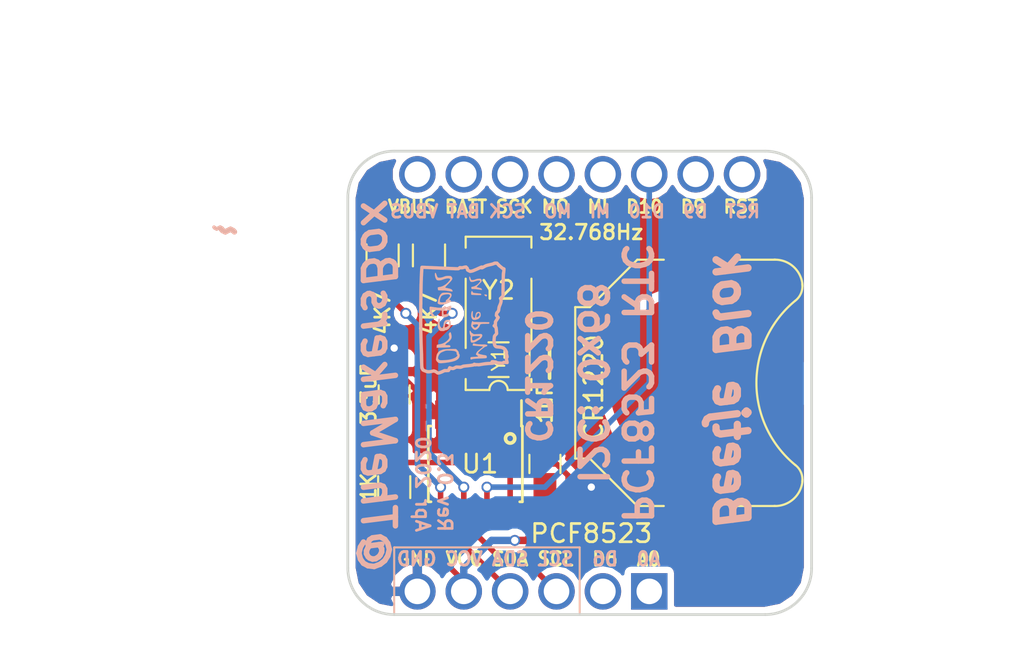
<source format=kicad_pcb>
(kicad_pcb (version 4) (host pcbnew 4.0.6)

  (general
    (links 21)
    (no_connects 1)
    (area 142.164999 86.284999 167.715001 111.835001)
    (thickness 1.6)
    (drawings 20)
    (tracks 91)
    (zones 0)
    (modules 12)
    (nets 19)
  )

  (page A)
  (title_block
    (title "Beetje 32U4 Blok")
    (date 2018-08-10)
    (rev 0.0)
    (company www.MakersBox.us)
    (comment 1 648.ken@gmail.com)
  )

  (layers
    (0 F.Cu signal)
    (31 B.Cu signal)
    (32 B.Adhes user)
    (33 F.Adhes user)
    (34 B.Paste user)
    (35 F.Paste user)
    (36 B.SilkS user)
    (37 F.SilkS user)
    (38 B.Mask user)
    (39 F.Mask user)
    (40 Dwgs.User user)
    (41 Cmts.User user)
    (42 Eco1.User user)
    (43 Eco2.User user)
    (44 Edge.Cuts user)
    (45 Margin user)
    (46 B.CrtYd user)
    (47 F.CrtYd user)
    (48 B.Fab user)
    (49 F.Fab user)
  )

  (setup
    (last_trace_width 0.4064)
    (user_trace_width 0.3048)
    (user_trace_width 0.4064)
    (user_trace_width 0.6096)
    (trace_clearance 0.2)
    (zone_clearance 0.35)
    (zone_45_only no)
    (trace_min 0.2)
    (segment_width 0.2)
    (edge_width 0.15)
    (via_size 0.6)
    (via_drill 0.4)
    (via_min_size 0.4)
    (via_min_drill 0.3)
    (uvia_size 0.3)
    (uvia_drill 0.1)
    (uvias_allowed no)
    (uvia_min_size 0.2)
    (uvia_min_drill 0.1)
    (pcb_text_width 0.3)
    (pcb_text_size 1.5 1.5)
    (mod_edge_width 0.15)
    (mod_text_size 1 1)
    (mod_text_width 0.15)
    (pad_size 10 10)
    (pad_drill 0)
    (pad_to_mask_clearance 0)
    (aux_axis_origin 0 0)
    (visible_elements 7FFFFFFF)
    (pcbplotparams
      (layerselection 0x00030_80000001)
      (usegerberextensions false)
      (excludeedgelayer true)
      (linewidth 0.100000)
      (plotframeref false)
      (viasonmask false)
      (mode 1)
      (useauxorigin false)
      (hpglpennumber 1)
      (hpglpenspeed 20)
      (hpglpendiameter 15)
      (hpglpenoverlay 2)
      (psnegative false)
      (psa4output false)
      (plotreference true)
      (plotvalue true)
      (plotinvisibletext false)
      (padsonsilk false)
      (subtractmaskfromsilk false)
      (outputformat 1)
      (mirror false)
      (drillshape 1)
      (scaleselection 1)
      (outputdirectory ""))
  )

  (net 0 "")
  (net 1 GND)
  (net 2 VBUS)
  (net 3 +BATT)
  (net 4 /D10)
  (net 5 /D9)
  (net 6 /SCL)
  (net 7 /SDA)
  (net 8 /A0)
  (net 9 /SCK)
  (net 10 /MOSI)
  (net 11 /MISO)
  (net 12 /~RESET)
  (net 13 VCC)
  (net 14 "Net-(BT1-Pad1)")
  (net 15 "Net-(C2-Pad1)")
  (net 16 "Net-(U1-Pad1)")
  (net 17 "Net-(U1-Pad2)")
  (net 18 /D6)

  (net_class Default "This is the default net class."
    (clearance 0.2)
    (trace_width 0.25)
    (via_dia 0.6)
    (via_drill 0.4)
    (uvia_dia 0.3)
    (uvia_drill 0.1)
    (add_net +BATT)
    (add_net /A0)
    (add_net /D10)
    (add_net /D6)
    (add_net /D9)
    (add_net /MISO)
    (add_net /MOSI)
    (add_net /SCK)
    (add_net /SCL)
    (add_net /SDA)
    (add_net /~RESET)
    (add_net GND)
    (add_net "Net-(BT1-Pad1)")
    (add_net "Net-(C2-Pad1)")
    (add_net "Net-(U1-Pad1)")
    (add_net "Net-(U1-Pad2)")
    (add_net VBUS)
    (add_net VCC)
  )

  (module footprints:Crystal_SMD_SeikoEpson_MC306-4pin_8.0x3.2mm (layer F.Cu) (tedit 5E72C084) (tstamp 5E72C16C)
    (at 150.495 95.25 90)
    (descr "SMD Crystal Seiko Epson MC-306 https://support.epson.biz/td/api/doc_check.php?dl=brief_MC-306_en.pdf, 8.0x3.2mm^2 package")
    (tags "SMD SMT crystal")
    (path /5E72BEF8)
    (attr smd)
    (fp_text reference Y2 (at 1.27 0 180) (layer F.SilkS)
      (effects (font (size 1 1) (thickness 0.15)))
    )
    (fp_text value ALT (at 2.54 0 180) (layer F.Fab)
      (effects (font (size 1 1) (thickness 0.15)))
    )
    (fp_text user %R (at 0 0 90) (layer F.Fab)
      (effects (font (size 1 1) (thickness 0.15)))
    )
    (fp_line (start -4 -0.5) (end -4 -1.6) (layer F.Fab) (width 0.1))
    (fp_line (start -4 -1.6) (end 4 -1.6) (layer F.Fab) (width 0.1))
    (fp_line (start 4 -1.6) (end 4 1.6) (layer F.Fab) (width 0.1))
    (fp_line (start 4 1.6) (end -4 1.6) (layer F.Fab) (width 0.1))
    (fp_line (start -4 1.6) (end -4 0.5) (layer F.Fab) (width 0.1))
    (fp_line (start 3.6 -1.8) (end 4.2 -1.8) (layer F.SilkS) (width 0.12))
    (fp_line (start 4.2 -1.8) (end 4.2 1.8) (layer F.SilkS) (width 0.12))
    (fp_line (start 4.2 1.8) (end 3.6 1.8) (layer F.SilkS) (width 0.12))
    (fp_line (start -1.9 -1.8) (end 1.9 -1.8) (layer F.SilkS) (width 0.12))
    (fp_line (start -4.2 -0.5) (end -4.2 -1.8) (layer F.SilkS) (width 0.12))
    (fp_line (start -4.2 1.8) (end -4.2 0.5) (layer F.SilkS) (width 0.12))
    (fp_line (start -4.2 -1.8) (end -3.6 -1.8) (layer F.SilkS) (width 0.12))
    (fp_line (start -4.2 1.8) (end -3.6 1.8) (layer F.SilkS) (width 0.12))
    (fp_line (start 1.9 1.8) (end -1.9 1.8) (layer F.SilkS) (width 0.12))
    (fp_line (start -4.3 -2.8) (end -4.3 2.8) (layer F.CrtYd) (width 0.05))
    (fp_line (start -4.3 2.8) (end 4.3 2.8) (layer F.CrtYd) (width 0.05))
    (fp_line (start 4.3 2.8) (end 4.3 -2.8) (layer F.CrtYd) (width 0.05))
    (fp_line (start 4.3 -2.8) (end -4.3 -2.8) (layer F.CrtYd) (width 0.05))
    (fp_arc (start -4 0) (end -4 -0.5) (angle 180) (layer F.Fab) (width 0.1))
    (fp_arc (start -4.2 0) (end -4.2 -0.5) (angle 180) (layer F.SilkS) (width 0.12))
    (pad 1 smd rect (at -2.75 1.6 90) (size 1.3 1.9) (layers F.Cu F.Paste F.Mask)
      (net 16 "Net-(U1-Pad1)"))
    (pad 4 smd rect (at 2.75 1.6 90) (size 1.3 1.9) (layers F.Cu F.Paste F.Mask))
    (pad 3 smd rect (at 2.75 -1.6 90) (size 1.3 1.9) (layers F.Cu F.Paste F.Mask))
    (pad 2 smd rect (at -2.75 -1.6 90) (size 1.3 1.9) (layers F.Cu F.Paste F.Mask)
      (net 17 "Net-(U1-Pad2)"))
    (model ${KISYS3DMOD}/Crystals.3dshapes/Crystal_SMD_SeikoEpson_MC306-4pin_8.0x3.2mm.wrl
      (at (xyz 0 0 0))
      (scale (xyz 1 1 1))
      (rotate (xyz 0 0 0))
    )
  )

  (module Crystals:Crystal_SMD_G8-2pin_3.2x1.5mm_HandSoldering (layer F.Cu) (tedit 5E72C0FF) (tstamp 5B775CB5)
    (at 150.495 97.79 180)
    (descr "SMD Crystal G8, hand-soldering, 3.2x1.5mm^2 package")
    (tags "SMD SMT crystal hand-soldering")
    (path /5B778058)
    (attr smd)
    (fp_text reference Y1 (at 0 0 270) (layer F.SilkS) hide
      (effects (font (size 1 1) (thickness 0.15)))
    )
    (fp_text value 32.768Hz (at -5.08 6.985 180) (layer F.SilkS)
      (effects (font (size 0.8 0.8) (thickness 0.15)))
    )
    (fp_text user %R (at 0 0 270) (layer F.SilkS)
      (effects (font (size 0.7 0.7) (thickness 0.105)))
    )
    (fp_line (start -1.6 -0.75) (end -1.6 0.75) (layer F.Fab) (width 0.1))
    (fp_line (start -1.6 0.75) (end 1.6 0.75) (layer F.Fab) (width 0.1))
    (fp_line (start 1.6 0.75) (end 1.6 -0.75) (layer F.Fab) (width 0.1))
    (fp_line (start 1.6 -0.75) (end -1.6 -0.75) (layer F.Fab) (width 0.1))
    (fp_line (start -1.6 0.25) (end -1.1 0.75) (layer F.Fab) (width 0.1))
    (fp_line (start -0.55 -0.95) (end 0.55 -0.95) (layer F.SilkS) (width 0.12))
    (fp_line (start -0.55 0.95) (end 0.55 0.95) (layer F.SilkS) (width 0.12))
    (fp_line (start -1.7 -0.9) (end -1.7 0.9) (layer F.SilkS) (width 0.12))
    (fp_line (start -2.8 -1.2) (end -2.8 1.2) (layer F.CrtYd) (width 0.05))
    (fp_line (start -2.8 1.2) (end 2.8 1.2) (layer F.CrtYd) (width 0.05))
    (fp_line (start 2.8 1.2) (end 2.8 -1.2) (layer F.CrtYd) (width 0.05))
    (fp_line (start 2.8 -1.2) (end -2.8 -1.2) (layer F.CrtYd) (width 0.05))
    (pad 1 smd rect (at -1.2 0 180) (size 0.6 1.3) (layers F.Cu F.Paste F.Mask)
      (net 16 "Net-(U1-Pad1)"))
    (pad 2 smd rect (at 1.2 0 180) (size 0.6 1.3) (layers F.Cu F.Paste F.Mask)
      (net 17 "Net-(U1-Pad2)"))
    (model ${KISYS3DMOD}/Crystals.3dshapes/Crystal_SMD_G8-2pin_3.2x1.5mm_HandSoldering.wrl
      (at (xyz 0 0 0))
      (scale (xyz 1 1 1))
      (rotate (xyz 0 0 0))
    )
  )

  (module footprints:MadeInOregonRev25 (layer F.Cu) (tedit 0) (tstamp 5B7740E4)
    (at 148.59 95.504 270)
    (fp_text reference VAL (at 0 0 270) (layer F.SilkS) hide
      (effects (font (size 1.143 1.143) (thickness 0.1778)))
    )
    (fp_text value MadeInOregonRev25 (at 0 0 270) (layer F.SilkS) hide
      (effects (font (size 1.143 1.143) (thickness 0.1778)))
    )
    (fp_poly (pts (xy -3.09626 -1.76022) (xy -3.09626 -1.72212) (xy -3.09372 -1.69672) (xy -3.09118 -1.67386)
      (xy -3.0861 -1.65608) (xy -3.07594 -1.63576) (xy -3.0734 -1.62814) (xy -3.0607 -1.6002)
      (xy -3.05054 -1.5748) (xy -3.04038 -1.54432) (xy -3.03022 -1.50876) (xy -3.02006 -1.46304)
      (xy -3.00736 -1.4097) (xy -3.00228 -1.39192) (xy -2.98704 -1.31826) (xy -2.96926 -1.2573)
      (xy -2.95402 -1.20396) (xy -2.9337 -1.15824) (xy -2.91338 -1.1176) (xy -2.91338 -1.74752)
      (xy -2.91338 -1.76276) (xy -2.91084 -1.77546) (xy -2.90322 -1.78816) (xy -2.89052 -1.8034)
      (xy -2.86766 -1.82118) (xy -2.8575 -1.83134) (xy -2.82956 -1.8542) (xy -2.80416 -1.8796)
      (xy -2.78638 -1.90246) (xy -2.77876 -1.91008) (xy -2.76606 -1.92786) (xy -2.74574 -1.95326)
      (xy -2.72034 -1.98374) (xy -2.69494 -2.01422) (xy -2.6924 -2.01676) (xy -2.66954 -2.0447)
      (xy -2.64922 -2.0701) (xy -2.63652 -2.08788) (xy -2.6289 -2.09804) (xy -2.6289 -2.10058)
      (xy -2.62382 -2.10566) (xy -2.60604 -2.10566) (xy -2.58064 -2.10566) (xy -2.55016 -2.10058)
      (xy -2.51968 -2.0955) (xy -2.50952 -2.09296) (xy -2.49682 -2.09042) (xy -2.48412 -2.08534)
      (xy -2.46888 -2.08534) (xy -2.4511 -2.0828) (xy -2.4257 -2.08026) (xy -2.39268 -2.07772)
      (xy -2.35458 -2.07772) (xy -2.30632 -2.07518) (xy -2.2479 -2.07518) (xy -2.17678 -2.07264)
      (xy -2.09296 -2.0701) (xy -2.03962 -2.0701) (xy -1.95326 -2.06756) (xy -1.8669 -2.06756)
      (xy -1.78054 -2.06502) (xy -1.69672 -2.06502) (xy -1.61798 -2.06248) (xy -1.54686 -2.06248)
      (xy -1.48336 -2.06248) (xy -1.4351 -2.06248) (xy -1.4224 -2.06248) (xy -1.22936 -2.06248)
      (xy -1.1684 -2.00152) (xy -1.10744 -1.9431) (xy -1.0668 -1.9431) (xy -1.03886 -1.9431)
      (xy -1.0033 -1.94564) (xy -0.97536 -1.95072) (xy -0.94234 -1.95326) (xy -0.91186 -1.95072)
      (xy -0.87884 -1.94564) (xy -0.8382 -1.93548) (xy -0.79248 -1.9177) (xy -0.7366 -1.89484)
      (xy -0.72136 -1.88976) (xy -0.67818 -1.86944) (xy -0.64516 -1.85674) (xy -0.61722 -1.84912)
      (xy -0.59182 -1.84404) (xy -0.56388 -1.83896) (xy -0.5461 -1.83642) (xy -0.50038 -1.83134)
      (xy -0.46482 -1.82626) (xy -0.43688 -1.81864) (xy -0.41656 -1.80848) (xy -0.39624 -1.79578)
      (xy -0.37592 -1.77546) (xy -0.37338 -1.77292) (xy -0.35052 -1.7526) (xy -0.32512 -1.73482)
      (xy -0.30734 -1.72212) (xy -0.30734 -1.72212) (xy -0.28702 -1.71704) (xy -0.25654 -1.71196)
      (xy -0.22098 -1.70434) (xy -0.18288 -1.7018) (xy -0.14986 -1.69672) (xy -0.12446 -1.69672)
      (xy -0.10922 -1.69926) (xy -0.09652 -1.70688) (xy -0.07366 -1.71958) (xy -0.05334 -1.73736)
      (xy -0.03048 -1.75768) (xy -0.01524 -1.7653) (xy -0.00508 -1.76784) (xy 0 -1.7653)
      (xy 0.01016 -1.75768) (xy 0.03048 -1.74498) (xy 0.05842 -1.7272) (xy 0.0889 -1.70688)
      (xy 0.09652 -1.7018) (xy 0.18288 -1.64846) (xy 0.25908 -1.64592) (xy 0.29464 -1.64338)
      (xy 0.3175 -1.64084) (xy 0.3302 -1.6383) (xy 0.34036 -1.63322) (xy 0.34544 -1.6256)
      (xy 0.34798 -1.62052) (xy 0.3683 -1.59766) (xy 0.39624 -1.58242) (xy 0.42672 -1.5748)
      (xy 0.4318 -1.5748) (xy 0.45974 -1.58242) (xy 0.48768 -1.6002) (xy 0.51562 -1.63068)
      (xy 0.52578 -1.64338) (xy 0.53848 -1.65608) (xy 0.5461 -1.66624) (xy 0.55626 -1.67386)
      (xy 0.56896 -1.68148) (xy 0.58928 -1.68402) (xy 0.61468 -1.6891) (xy 0.65278 -1.69418)
      (xy 0.70104 -1.69672) (xy 0.71628 -1.69926) (xy 0.8255 -1.70942) (xy 0.85598 -1.68148)
      (xy 0.89154 -1.64846) (xy 0.9271 -1.62306) (xy 0.95758 -1.60274) (xy 0.96774 -1.59766)
      (xy 0.9906 -1.59258) (xy 1.02362 -1.5875) (xy 1.0668 -1.58242) (xy 1.11252 -1.57734)
      (xy 1.16332 -1.57226) (xy 1.21158 -1.56972) (xy 1.2573 -1.56972) (xy 1.25984 -1.56972)
      (xy 1.3081 -1.56972) (xy 1.35128 -1.5748) (xy 1.39446 -1.57988) (xy 1.44272 -1.59004)
      (xy 1.48844 -1.6002) (xy 1.52146 -1.61036) (xy 1.54686 -1.62306) (xy 1.56972 -1.63576)
      (xy 1.59258 -1.65608) (xy 1.61798 -1.68148) (xy 1.63576 -1.7018) (xy 1.651 -1.72212)
      (xy 1.65862 -1.74498) (xy 1.66624 -1.77292) (xy 1.67386 -1.80848) (xy 1.6764 -1.85166)
      (xy 1.68148 -1.90246) (xy 1.6891 -1.9812) (xy 1.7018 -2.04978) (xy 1.72212 -2.10566)
      (xy 1.74752 -2.15138) (xy 1.75006 -2.15646) (xy 1.77546 -2.18186) (xy 1.81356 -2.2098)
      (xy 1.82626 -2.21742) (xy 1.8542 -2.23012) (xy 1.87706 -2.24028) (xy 1.89484 -2.24282)
      (xy 1.9177 -2.24282) (xy 1.92024 -2.24282) (xy 1.95834 -2.24282) (xy 2.00152 -2.25044)
      (xy 2.032 -2.25806) (xy 2.0701 -2.27076) (xy 2.09804 -2.27584) (xy 2.11582 -2.27838)
      (xy 2.13106 -2.2733) (xy 2.1463 -2.26822) (xy 2.15392 -2.26314) (xy 2.1844 -2.2479)
      (xy 2.22758 -2.24282) (xy 2.27584 -2.2479) (xy 2.29108 -2.25298) (xy 2.31394 -2.25806)
      (xy 2.33426 -2.26314) (xy 2.34188 -2.26314) (xy 2.34188 -2.25806) (xy 2.34442 -2.23774)
      (xy 2.34442 -2.21488) (xy 2.34442 -2.21234) (xy 2.34442 -2.1844) (xy 2.34696 -2.16408)
      (xy 2.35204 -2.1463) (xy 2.36474 -2.12852) (xy 2.3876 -2.0955) (xy 2.37998 -1.97612)
      (xy 2.37744 -1.9304) (xy 2.37236 -1.89738) (xy 2.36982 -1.87198) (xy 2.36474 -1.8542)
      (xy 2.35966 -1.83896) (xy 2.35204 -1.82372) (xy 2.34696 -1.8161) (xy 2.33172 -1.78562)
      (xy 2.3241 -1.75768) (xy 2.3241 -1.73736) (xy 2.32156 -1.70942) (xy 2.31902 -1.68656)
      (xy 2.31648 -1.67894) (xy 2.31394 -1.66116) (xy 2.30886 -1.63576) (xy 2.30886 -1.60274)
      (xy 2.30886 -1.59004) (xy 2.30886 -1.55702) (xy 2.30886 -1.5367) (xy 2.31394 -1.52146)
      (xy 2.32156 -1.5113) (xy 2.33172 -1.4986) (xy 2.33426 -1.49606) (xy 2.35458 -1.48082)
      (xy 2.3749 -1.4732) (xy 2.37744 -1.47066) (xy 2.3876 -1.47066) (xy 2.39268 -1.46558)
      (xy 2.39776 -1.45034) (xy 2.4003 -1.42494) (xy 2.40284 -1.39192) (xy 2.40538 -1.35382)
      (xy 2.40538 -1.33096) (xy 2.40792 -1.28778) (xy 2.413 -1.2319) (xy 2.42062 -1.16078)
      (xy 2.43332 -1.07442) (xy 2.4511 -0.97536) (xy 2.4511 -0.96774) (xy 2.45872 -0.92456)
      (xy 2.4638 -0.88392) (xy 2.46888 -0.85344) (xy 2.47142 -0.83058) (xy 2.47396 -0.82296)
      (xy 2.47396 -0.81026) (xy 2.47142 -0.7874) (xy 2.47142 -0.75692) (xy 2.46888 -0.72644)
      (xy 2.46888 -0.69342) (xy 2.46634 -0.66294) (xy 2.4638 -0.64262) (xy 2.46126 -0.635)
      (xy 2.4511 -0.6096) (xy 2.44856 -0.57912) (xy 2.4511 -0.54864) (xy 2.46126 -0.52324)
      (xy 2.4765 -0.51054) (xy 2.48412 -0.49784) (xy 2.49174 -0.47244) (xy 2.5019 -0.4318)
      (xy 2.50952 -0.37592) (xy 2.51968 -0.30734) (xy 2.5273 -0.2286) (xy 2.53238 -0.16764)
      (xy 2.53746 -0.1143) (xy 2.54254 -0.0635) (xy 2.54762 -0.02032) (xy 2.5527 0.01524)
      (xy 2.55524 0.04064) (xy 2.55778 0.05334) (xy 2.56794 0.07366) (xy 2.5781 0.1016)
      (xy 2.58826 0.127) (xy 2.59588 0.14732) (xy 2.6035 0.16256) (xy 2.60604 0.18034)
      (xy 2.60858 0.20066) (xy 2.60858 0.22606) (xy 2.60604 0.25908) (xy 2.6035 0.3048)
      (xy 2.6035 0.32512) (xy 2.60096 0.37084) (xy 2.60096 0.4064) (xy 2.60604 0.43434)
      (xy 2.61366 0.45974) (xy 2.62636 0.48768) (xy 2.64668 0.5207) (xy 2.66446 0.5588)
      (xy 2.67462 0.58674) (xy 2.6797 0.61468) (xy 2.67462 0.64262) (xy 2.66446 0.68072)
      (xy 2.65938 0.69088) (xy 2.64668 0.72898) (xy 2.63906 0.75946) (xy 2.63906 0.77978)
      (xy 2.6416 0.79756) (xy 2.64922 0.8128) (xy 2.64922 0.81534) (xy 2.66446 0.83058)
      (xy 2.68986 0.84836) (xy 2.72034 0.86614) (xy 2.75336 0.87884) (xy 2.77368 0.88646)
      (xy 2.794 0.89154) (xy 2.794 0.98044) (xy 2.794 1.07188) (xy 2.82448 1.13538)
      (xy 2.8575 1.20396) (xy 2.8829 1.26238) (xy 2.90322 1.31064) (xy 2.91592 1.3462)
      (xy 2.921 1.36652) (xy 2.92354 1.3843) (xy 2.92354 1.39954) (xy 2.91592 1.41478)
      (xy 2.90068 1.4351) (xy 2.90068 1.43764) (xy 2.87274 1.47828) (xy 2.84988 1.51638)
      (xy 2.8321 1.5621) (xy 2.82448 1.59004) (xy 2.80924 1.64338) (xy 2.8321 1.74244)
      (xy 2.84734 1.80848) (xy 2.85496 1.86182) (xy 2.86004 1.90754) (xy 2.86004 1.94818)
      (xy 2.85242 1.98628) (xy 2.84226 2.02438) (xy 2.84226 2.02438) (xy 2.82702 2.06756)
      (xy 2.81432 2.10566) (xy 2.79908 2.13868) (xy 2.78892 2.16154) (xy 2.77876 2.1717)
      (xy 2.77876 2.17424) (xy 2.7686 2.17678) (xy 2.74828 2.1844) (xy 2.74066 2.18948)
      (xy 2.7178 2.1971) (xy 2.68224 2.20472) (xy 2.63398 2.2098) (xy 2.57302 2.21234)
      (xy 2.49682 2.21488) (xy 2.40792 2.21742) (xy 2.30632 2.21742) (xy 2.29616 2.21742)
      (xy 2.24028 2.21996) (xy 2.17424 2.21996) (xy 2.10058 2.2225) (xy 2.02184 2.2225)
      (xy 1.9431 2.22504) (xy 1.86944 2.23012) (xy 1.84912 2.23012) (xy 1.6129 2.23774)
      (xy 1.38684 2.2479) (xy 1.16332 2.25298) (xy 0.9398 2.25806) (xy 0.71882 2.26314)
      (xy 0.4953 2.26568) (xy 0.26924 2.26822) (xy 0.03556 2.26822) (xy -0.2032 2.26822)
      (xy -0.45466 2.26822) (xy -0.71628 2.26568) (xy -0.84836 2.26314) (xy -1.03378 2.2606)
      (xy -1.20396 2.25806) (xy -1.36144 2.25552) (xy -1.50622 2.25298) (xy -1.64084 2.25044)
      (xy -1.7653 2.2479) (xy -1.88214 2.24536) (xy -1.98882 2.24282) (xy -2.08788 2.23774)
      (xy -2.17932 2.2352) (xy -2.26822 2.23266) (xy -2.35204 2.22758) (xy -2.39776 2.22504)
      (xy -2.46126 2.2225) (xy -2.51968 2.21742) (xy -2.57302 2.21488) (xy -2.61874 2.21234)
      (xy -2.65176 2.2098) (xy -2.67462 2.2098) (xy -2.68732 2.2098) (xy -2.68732 2.2098)
      (xy -2.68732 2.20218) (xy -2.68478 2.17932) (xy -2.68478 2.1463) (xy -2.68224 2.09804)
      (xy -2.6797 2.03962) (xy -2.67716 1.97104) (xy -2.67208 1.8923) (xy -2.66954 1.80594)
      (xy -2.66446 1.70942) (xy -2.65938 1.60782) (xy -2.65684 1.50114) (xy -2.65176 1.38684)
      (xy -2.64414 1.27) (xy -2.64414 1.25476) (xy -2.63906 1.11506) (xy -2.63398 0.98806)
      (xy -2.6289 0.87376) (xy -2.62382 0.77216) (xy -2.61874 0.68326) (xy -2.6162 0.60452)
      (xy -2.61366 0.53848) (xy -2.61112 0.47752) (xy -2.61112 0.42926) (xy -2.61112 0.38608)
      (xy -2.61112 0.35306) (xy -2.61112 0.32258) (xy -2.61112 0.29972) (xy -2.61366 0.28194)
      (xy -2.6162 0.2667) (xy -2.61874 0.25654) (xy -2.62128 0.24638) (xy -2.62636 0.23876)
      (xy -2.63144 0.23368) (xy -2.63652 0.22606) (xy -2.6416 0.21844) (xy -2.6543 0.2032)
      (xy -2.66192 0.18796) (xy -2.66446 0.17272) (xy -2.66192 0.14732) (xy -2.66192 0.13716)
      (xy -2.66192 0.1016) (xy -2.66446 0.06858) (xy -2.67462 0.02794) (xy -2.67462 0.0254)
      (xy -2.68732 -0.01778) (xy -2.69494 -0.04826) (xy -2.69748 -0.07112) (xy -2.69748 -0.08382)
      (xy -2.69494 -0.09398) (xy -2.68732 -0.09906) (xy -2.68732 -0.1016) (xy -2.66954 -0.10668)
      (xy -2.64668 -0.1143) (xy -2.63652 -0.1143) (xy -2.60858 -0.12192) (xy -2.58572 -0.13208)
      (xy -2.5654 -0.14732) (xy -2.54762 -0.17018) (xy -2.52476 -0.20574) (xy -2.50698 -0.2413)
      (xy -2.4638 -0.3302) (xy -2.47142 -0.40894) (xy -2.4765 -0.43942) (xy -2.48158 -0.46736)
      (xy -2.4892 -0.49276) (xy -2.49682 -0.5207) (xy -2.50952 -0.55626) (xy -2.52984 -0.59944)
      (xy -2.53492 -0.61214) (xy -2.55524 -0.66294) (xy -2.5781 -0.71374) (xy -2.60096 -0.76708)
      (xy -2.62128 -0.8128) (xy -2.63144 -0.83058) (xy -2.64668 -0.86868) (xy -2.65938 -0.89662)
      (xy -2.667 -0.91694) (xy -2.66954 -0.92964) (xy -2.667 -0.9398) (xy -2.667 -0.94996)
      (xy -2.65938 -0.97536) (xy -2.65938 -1.00584) (xy -2.66954 -1.03886) (xy -2.68732 -1.0795)
      (xy -2.71272 -1.12776) (xy -2.71526 -1.1303) (xy -2.73812 -1.17094) (xy -2.75844 -1.2065)
      (xy -2.77368 -1.23698) (xy -2.78384 -1.26746) (xy -2.79654 -1.30048) (xy -2.8067 -1.34112)
      (xy -2.81686 -1.38684) (xy -2.82702 -1.43256) (xy -2.84226 -1.49606) (xy -2.85496 -1.54686)
      (xy -2.86512 -1.5875) (xy -2.87528 -1.62052) (xy -2.88544 -1.64846) (xy -2.89306 -1.67132)
      (xy -2.90068 -1.68148) (xy -2.9083 -1.70942) (xy -2.91338 -1.7399) (xy -2.91338 -1.74752)
      (xy -2.91338 -1.1176) (xy -2.91084 -1.11506) (xy -2.90576 -1.09982) (xy -2.88798 -1.07188)
      (xy -2.87782 -1.04902) (xy -2.87274 -1.03632) (xy -2.87274 -1.02616) (xy -2.87782 -1.016)
      (xy -2.88036 -0.99822) (xy -2.8829 -0.98044) (xy -2.87782 -0.95758) (xy -2.8702 -0.92964)
      (xy -2.85496 -0.89408) (xy -2.83464 -0.84582) (xy -2.8194 -0.81534) (xy -2.78384 -0.73406)
      (xy -2.74828 -0.65786) (xy -2.72034 -0.58928) (xy -2.69494 -0.52832) (xy -2.67462 -0.47752)
      (xy -2.66192 -0.43688) (xy -2.6543 -0.40894) (xy -2.6543 -0.4064) (xy -2.64922 -0.37846)
      (xy -2.65176 -0.36068) (xy -2.65684 -0.34036) (xy -2.66446 -0.32766) (xy -2.67462 -0.30734)
      (xy -2.68732 -0.29464) (xy -2.70256 -0.28702) (xy -2.72542 -0.28194) (xy -2.73812 -0.2794)
      (xy -2.75336 -0.27686) (xy -2.77114 -0.2667) (xy -2.78892 -0.25146) (xy -2.81686 -0.22606)
      (xy -2.82448 -0.2159) (xy -2.84988 -0.1905) (xy -2.86766 -0.17272) (xy -2.87782 -0.16002)
      (xy -2.8829 -0.14732) (xy -2.8829 -0.13208) (xy -2.8829 -0.12192) (xy -2.88036 -0.06858)
      (xy -2.86766 -0.00762) (xy -2.85242 0.05588) (xy -2.8448 0.08382) (xy -2.84226 0.10668)
      (xy -2.84226 0.12954) (xy -2.8448 0.16002) (xy -2.84734 0.1651) (xy -2.84988 0.19812)
      (xy -2.84988 0.22606) (xy -2.84226 0.24892) (xy -2.82448 0.27686) (xy -2.8067 0.29972)
      (xy -2.78384 0.32766) (xy -2.82702 1.3081) (xy -2.8321 1.42748) (xy -2.83718 1.54432)
      (xy -2.84226 1.65608) (xy -2.84734 1.76276) (xy -2.84988 1.86182) (xy -2.85496 1.95326)
      (xy -2.8575 2.03708) (xy -2.86004 2.11074) (xy -2.86258 2.17424) (xy -2.86512 2.22758)
      (xy -2.86512 2.26822) (xy -2.86512 2.29616) (xy -2.86512 2.3114) (xy -2.86512 2.3114)
      (xy -2.85496 2.3368) (xy -2.83464 2.35966) (xy -2.81178 2.3749) (xy -2.8067 2.37744)
      (xy -2.794 2.37998) (xy -2.76606 2.38252) (xy -2.72796 2.38506) (xy -2.6797 2.39014)
      (xy -2.62128 2.39268) (xy -2.55778 2.39776) (xy -2.48412 2.4003) (xy -2.40792 2.40538)
      (xy -2.32664 2.40792) (xy -2.24536 2.413) (xy -2.16154 2.41554) (xy -2.08026 2.41808)
      (xy -1.99898 2.42062) (xy -1.92278 2.42316) (xy -1.85166 2.4257) (xy -1.80848 2.42824)
      (xy -1.74752 2.42824) (xy -1.67386 2.43078) (xy -1.59004 2.43078) (xy -1.4986 2.43332)
      (xy -1.397 2.43586) (xy -1.29032 2.43586) (xy -1.1811 2.4384) (xy -1.0668 2.4384)
      (xy -0.95504 2.44094) (xy -0.84582 2.44348) (xy -0.80264 2.44348) (xy -0.70104 2.44348)
      (xy -0.59944 2.44602) (xy -0.50038 2.44602) (xy -0.40386 2.44856) (xy -0.31496 2.44856)
      (xy -0.23114 2.44856) (xy -0.15748 2.4511) (xy -0.09398 2.4511) (xy -0.04064 2.4511)
      (xy 0 2.4511) (xy 0.02286 2.4511) (xy 0.05842 2.4511) (xy 0.10922 2.4511)
      (xy 0.17018 2.4511) (xy 0.2413 2.4511) (xy 0.3175 2.4511) (xy 0.39878 2.44856)
      (xy 0.4826 2.44856) (xy 0.56642 2.44602) (xy 0.60198 2.44602) (xy 0.75692 2.44348)
      (xy 0.90678 2.4384) (xy 1.0541 2.43586) (xy 1.1938 2.43078) (xy 1.32588 2.42824)
      (xy 1.45034 2.42316) (xy 1.56464 2.42062) (xy 1.66624 2.41808) (xy 1.7526 2.413)
      (xy 1.77038 2.413) (xy 1.82626 2.41046) (xy 1.8923 2.40792) (xy 1.96342 2.40792)
      (xy 2.03454 2.40538) (xy 2.10312 2.40538) (xy 2.12852 2.40538) (xy 2.19456 2.40538)
      (xy 2.26822 2.40284) (xy 2.3495 2.40284) (xy 2.42824 2.39776) (xy 2.50444 2.39522)
      (xy 2.54254 2.39522) (xy 2.75844 2.38252) (xy 2.82956 2.3495) (xy 2.86258 2.33172)
      (xy 2.88798 2.31902) (xy 2.90576 2.30632) (xy 2.91084 2.30124) (xy 2.92608 2.28092)
      (xy 2.94132 2.25044) (xy 2.96164 2.2098) (xy 2.97942 2.16662) (xy 2.9972 2.12344)
      (xy 3.01244 2.08534) (xy 3.02514 2.0447) (xy 3.03276 2.01168) (xy 3.03784 1.98628)
      (xy 3.04038 1.9558) (xy 3.04038 1.93548) (xy 3.0353 1.86182) (xy 3.0226 1.778)
      (xy 3.00736 1.70434) (xy 2.99974 1.66878) (xy 2.99974 1.64084) (xy 3.00736 1.61036)
      (xy 3.0226 1.57734) (xy 3.04546 1.53924) (xy 3.0607 1.52146) (xy 3.08356 1.4859)
      (xy 3.0988 1.4605) (xy 3.10642 1.4351) (xy 3.10896 1.4097) (xy 3.10642 1.37668)
      (xy 3.0988 1.33858) (xy 3.09118 1.3081) (xy 3.07848 1.26746) (xy 3.0607 1.22174)
      (xy 3.04038 1.1684) (xy 3.01498 1.1176) (xy 2.99466 1.07442) (xy 2.98704 1.05664)
      (xy 2.97942 1.0414) (xy 2.97688 1.02362) (xy 2.97434 1.0033) (xy 2.97434 0.97282)
      (xy 2.97434 0.93218) (xy 2.97434 0.9271) (xy 2.9718 0.87884) (xy 2.96926 0.8382)
      (xy 2.96418 0.81026) (xy 2.95148 0.7874) (xy 2.9337 0.76708) (xy 2.90576 0.7493)
      (xy 2.86766 0.72898) (xy 2.84734 0.71882) (xy 2.84734 0.7112) (xy 2.84988 0.69342)
      (xy 2.85496 0.66802) (xy 2.8575 0.6604) (xy 2.86258 0.61468) (xy 2.86258 0.5842)
      (xy 2.86258 0.57658) (xy 2.84988 0.5334) (xy 2.82956 0.48768) (xy 2.8067 0.44196)
      (xy 2.79908 0.42926) (xy 2.79146 0.41656) (xy 2.78638 0.40386) (xy 2.7813 0.38862)
      (xy 2.7813 0.37084) (xy 2.7813 0.34798) (xy 2.7813 0.3175) (xy 2.78638 0.27432)
      (xy 2.79146 0.22098) (xy 2.79146 0.21844) (xy 2.79146 0.19304) (xy 2.79146 0.16764)
      (xy 2.78384 0.1397) (xy 2.77622 0.11176) (xy 2.76352 0.07874) (xy 2.75336 0.04826)
      (xy 2.7432 0.0254) (xy 2.74066 0.02032) (xy 2.73558 0.00762) (xy 2.7305 -0.0127)
      (xy 2.72796 -0.04064) (xy 2.72288 -0.07874) (xy 2.7178 -0.12954) (xy 2.71272 -0.1905)
      (xy 2.7051 -0.25908) (xy 2.69748 -0.32512) (xy 2.68986 -0.38862) (xy 2.6797 -0.44958)
      (xy 2.67208 -0.50292) (xy 2.66446 -0.5461) (xy 2.6543 -0.57658) (xy 2.65176 -0.58674)
      (xy 2.65176 -0.60452) (xy 2.6543 -0.6223) (xy 2.65684 -0.6477) (xy 2.65176 -0.68326)
      (xy 2.65176 -0.68326) (xy 2.64668 -0.71628) (xy 2.64922 -0.75184) (xy 2.65176 -0.76962)
      (xy 2.6543 -0.79248) (xy 2.65684 -0.8128) (xy 2.6543 -0.83566) (xy 2.65176 -0.8636)
      (xy 2.64414 -0.90424) (xy 2.6416 -0.91948) (xy 2.62382 -1.01346) (xy 2.61112 -1.09982)
      (xy 2.60096 -1.1811) (xy 2.59334 -1.26238) (xy 2.58572 -1.35128) (xy 2.58064 -1.42748)
      (xy 2.5781 -1.49352) (xy 2.57302 -1.54432) (xy 2.57048 -1.58496) (xy 2.5654 -1.61544)
      (xy 2.56286 -1.6383) (xy 2.55524 -1.65608) (xy 2.54762 -1.66878) (xy 2.53746 -1.6764)
      (xy 2.52984 -1.68402) (xy 2.51714 -1.69418) (xy 2.51206 -1.70688) (xy 2.5146 -1.72466)
      (xy 2.52222 -1.75006) (xy 2.53238 -1.77546) (xy 2.53238 -1.77546) (xy 2.54 -1.78816)
      (xy 2.54254 -1.79832) (xy 2.54762 -1.81102) (xy 2.55016 -1.8288) (xy 2.5527 -1.85166)
      (xy 2.55524 -1.88214) (xy 2.55778 -1.92532) (xy 2.56286 -1.97866) (xy 2.56286 -2.0066)
      (xy 2.57302 -2.159) (xy 2.54762 -2.18948) (xy 2.52222 -2.21996) (xy 2.52984 -2.29616)
      (xy 2.53238 -2.34442) (xy 2.53238 -2.37998) (xy 2.52984 -2.40538) (xy 2.51968 -2.4257)
      (xy 2.50698 -2.44094) (xy 2.50444 -2.44348) (xy 2.4892 -2.45618) (xy 2.47142 -2.46126)
      (xy 2.44856 -2.4638) (xy 2.42062 -2.4638) (xy 2.38252 -2.45618) (xy 2.33172 -2.44602)
      (xy 2.32664 -2.44348) (xy 2.2352 -2.42316) (xy 2.19964 -2.44348) (xy 2.17424 -2.45618)
      (xy 2.15138 -2.4638) (xy 2.12344 -2.4638) (xy 2.09296 -2.45872) (xy 2.04978 -2.4511)
      (xy 2.0193 -2.44348) (xy 1.98374 -2.43332) (xy 1.9558 -2.4257) (xy 1.93802 -2.42316)
      (xy 1.92024 -2.4257) (xy 1.90754 -2.42824) (xy 1.88722 -2.43078) (xy 1.86944 -2.43078)
      (xy 1.84912 -2.42824) (xy 1.82372 -2.41808) (xy 1.79324 -2.40284) (xy 1.76022 -2.38506)
      (xy 1.71958 -2.3622) (xy 1.6891 -2.34442) (xy 1.66624 -2.32664) (xy 1.64846 -2.3114)
      (xy 1.63068 -2.29362) (xy 1.6129 -2.27076) (xy 1.59258 -2.2479) (xy 1.57734 -2.22504)
      (xy 1.56718 -2.20472) (xy 1.55702 -2.17932) (xy 1.54432 -2.1463) (xy 1.53162 -2.10312)
      (xy 1.52908 -2.09296) (xy 1.51638 -2.0447) (xy 1.50876 -2.00406) (xy 1.50368 -1.96596)
      (xy 1.4986 -1.92278) (xy 1.4986 -1.90754) (xy 1.49606 -1.86182) (xy 1.49352 -1.8288)
      (xy 1.4859 -1.80594) (xy 1.4732 -1.7907) (xy 1.45288 -1.778) (xy 1.4224 -1.77038)
      (xy 1.39446 -1.76276) (xy 1.3335 -1.7526) (xy 1.26238 -1.74752) (xy 1.18364 -1.75006)
      (xy 1.10998 -1.75768) (xy 1.03124 -1.7653) (xy 0.9652 -1.82372) (xy 0.9398 -1.84912)
      (xy 0.9144 -1.8669) (xy 0.89408 -1.88214) (xy 0.88392 -1.88722) (xy 0.86868 -1.88722)
      (xy 0.84328 -1.88722) (xy 0.80518 -1.88722) (xy 0.762 -1.88214) (xy 0.7112 -1.8796)
      (xy 0.6604 -1.87452) (xy 0.6096 -1.86944) (xy 0.56642 -1.86436) (xy 0.52324 -1.85674)
      (xy 0.49276 -1.85166) (xy 0.47244 -1.8415) (xy 0.45974 -1.83642) (xy 0.44958 -1.8288)
      (xy 0.43942 -1.82372) (xy 0.42418 -1.82118) (xy 0.40386 -1.82118) (xy 0.37592 -1.82118)
      (xy 0.33782 -1.82118) (xy 0.23622 -1.82372) (xy 0.13208 -1.8923) (xy 0.09398 -1.9177)
      (xy 0.06096 -1.93802) (xy 0.03302 -1.9558) (xy 0.0127 -1.96596) (xy 0.00508 -1.97104)
      (xy -0.02286 -1.97866) (xy -0.04826 -1.97358) (xy -0.07874 -1.95834) (xy -0.1143 -1.92786)
      (xy -0.11684 -1.92532) (xy -0.1397 -1.905) (xy -0.15748 -1.8923) (xy -0.17272 -1.88468)
      (xy -0.18796 -1.88214) (xy -0.19304 -1.88214) (xy -0.21082 -1.88468) (xy -0.22352 -1.88722)
      (xy -0.2413 -1.89992) (xy -0.26162 -1.9177) (xy -0.27178 -1.92786) (xy -0.30226 -1.95326)
      (xy -0.33528 -1.97358) (xy -0.37338 -1.98882) (xy -0.41656 -1.99898) (xy -0.47244 -2.00914)
      (xy -0.50038 -2.01168) (xy -0.53848 -2.01676) (xy -0.56896 -2.02438) (xy -0.59944 -2.03454)
      (xy -0.635 -2.04724) (xy -0.66548 -2.05994) (xy -0.70866 -2.07772) (xy -0.75692 -2.0955)
      (xy -0.80264 -2.11074) (xy -0.83058 -2.11836) (xy -0.86868 -2.12598) (xy -0.89662 -2.1336)
      (xy -0.91948 -2.1336) (xy -0.94234 -2.1336) (xy -0.97282 -2.13106) (xy -1.03378 -2.12344)
      (xy -1.0922 -2.17678) (xy -1.12776 -2.2098) (xy -1.1557 -2.23012) (xy -1.17348 -2.2352)
      (xy -1.18618 -2.23774) (xy -1.21412 -2.23774) (xy -1.24968 -2.24028) (xy -1.2954 -2.24028)
      (xy -1.3462 -2.24028) (xy -1.40208 -2.24028) (xy -1.40462 -2.24028) (xy -1.48844 -2.24028)
      (xy -1.57734 -2.24282) (xy -1.66878 -2.24282) (xy -1.76022 -2.24282) (xy -1.85166 -2.24536)
      (xy -1.94056 -2.2479) (xy -2.02438 -2.2479) (xy -2.10566 -2.25044) (xy -2.18186 -2.25298)
      (xy -2.25044 -2.25552) (xy -2.30886 -2.25806) (xy -2.35966 -2.2606) (xy -2.39776 -2.26314)
      (xy -2.42316 -2.26568) (xy -2.43586 -2.26822) (xy -2.45364 -2.27076) (xy -2.48666 -2.27584)
      (xy -2.52476 -2.28092) (xy -2.5654 -2.28346) (xy -2.58572 -2.286) (xy -2.63144 -2.28854)
      (xy -2.66446 -2.29108) (xy -2.68732 -2.29108) (xy -2.7051 -2.29108) (xy -2.7178 -2.28854)
      (xy -2.72796 -2.28346) (xy -2.7305 -2.28092) (xy -2.7559 -2.2606) (xy -2.77876 -2.22758)
      (xy -2.78892 -2.19202) (xy -2.79654 -2.17678) (xy -2.81178 -2.15392) (xy -2.8321 -2.13106)
      (xy -2.83718 -2.12344) (xy -2.86258 -2.09296) (xy -2.88544 -2.06502) (xy -2.90576 -2.04216)
      (xy -2.9083 -2.03708) (xy -2.92354 -2.0193) (xy -2.94894 -1.9939) (xy -2.97688 -1.96596)
      (xy -3.00482 -1.93802) (xy -3.03276 -1.91262) (xy -3.05816 -1.88976) (xy -3.07594 -1.87198)
      (xy -3.0861 -1.85928) (xy -3.0861 -1.85928) (xy -3.09118 -1.8415) (xy -3.09626 -1.81102)
      (xy -3.09626 -1.77038) (xy -3.09626 -1.76022) (xy -3.09626 -1.76022)) (layer B.SilkS) (width 0.00254))
    (fp_poly (pts (xy -0.67056 0.70358) (xy -0.67056 0.72136) (xy -0.66802 0.72644) (xy -0.66548 0.74676)
      (xy -0.65532 0.7747) (xy -0.64262 0.80772) (xy -0.63246 0.83312) (xy -0.61468 0.8763)
      (xy -0.60198 0.90932) (xy -0.59436 0.93218) (xy -0.59182 0.94996) (xy -0.5969 0.9652)
      (xy -0.60198 0.9779) (xy -0.61722 0.99568) (xy -0.63246 1.01092) (xy -0.64516 1.02362)
      (xy -0.6477 1.03632) (xy -0.64262 1.05156) (xy -0.62484 1.07188) (xy -0.6223 1.07696)
      (xy -0.59944 1.10236) (xy -0.5842 1.12522) (xy -0.57404 1.14554) (xy -0.56896 1.17348)
      (xy -0.56388 1.2065) (xy -0.56134 1.24968) (xy -0.56134 1.26238) (xy -0.56134 1.31572)
      (xy -0.56134 1.36652) (xy -0.56642 1.41986) (xy -0.5715 1.47828) (xy -0.58166 1.54686)
      (xy -0.59182 1.62306) (xy -0.59944 1.66116) (xy -0.60706 1.71704) (xy -0.61468 1.76022)
      (xy -0.61722 1.79324) (xy -0.61976 1.8161) (xy -0.61722 1.83388) (xy -0.61468 1.84658)
      (xy -0.6096 1.85674) (xy -0.6096 1.85928) (xy -0.60198 1.8669) (xy -0.59436 1.86944)
      (xy -0.58166 1.87198) (xy -0.56134 1.87452) (xy -0.53086 1.87452) (xy -0.51308 1.87452)
      (xy -0.47752 1.87452) (xy -0.45974 1.87198) (xy -0.45974 0.94234) (xy -0.45212 0.89662)
      (xy -0.43688 0.85344) (xy -0.41402 0.81788) (xy -0.40894 0.81026) (xy -0.38354 0.79502)
      (xy -0.35306 0.79248) (xy -0.32258 0.8001) (xy -0.2921 0.81788) (xy -0.26162 0.84582)
      (xy -0.23622 0.87884) (xy -0.21844 0.91948) (xy -0.21336 0.92964) (xy -0.20828 0.9525)
      (xy -0.2032 0.98044) (xy -0.19812 1.01092) (xy -0.19304 1.0414) (xy -0.1905 1.06934)
      (xy -0.18796 1.08712) (xy -0.1905 1.09728) (xy -0.20066 1.09982) (xy -0.22098 1.1049)
      (xy -0.24892 1.10998) (xy -0.2794 1.11252) (xy -0.30734 1.11506) (xy -0.3302 1.1176)
      (xy -0.34036 1.1176) (xy -0.36322 1.10998) (xy -0.38862 1.09474) (xy -0.39878 1.08458)
      (xy -0.4191 1.06172) (xy -0.43688 1.03886) (xy -0.44196 1.02616) (xy -0.4572 0.98806)
      (xy -0.45974 0.94234) (xy -0.45974 1.87198) (xy -0.4445 1.87198) (xy -0.42164 1.87198)
      (xy -0.41148 1.86944) (xy -0.37338 1.86182) (xy -0.3302 1.85166) (xy -0.28448 1.83642)
      (xy -0.24384 1.82372) (xy -0.21336 1.80848) (xy -0.20828 1.80848) (xy -0.17018 1.78562)
      (xy -0.13462 1.75768) (xy -0.10414 1.7272) (xy -0.08382 1.69926) (xy -0.07112 1.67386)
      (xy -0.07112 1.651) (xy -0.07112 1.651) (xy -0.08382 1.63068) (xy -0.10414 1.6129)
      (xy -0.12446 1.60528) (xy -0.12446 1.60528) (xy -0.1397 1.6129) (xy -0.16256 1.62814)
      (xy -0.19558 1.65608) (xy -0.20066 1.65862) (xy -0.24384 1.69672) (xy -0.28702 1.72466)
      (xy -0.3302 1.74498) (xy -0.37084 1.75768) (xy -0.40386 1.76276) (xy -0.4318 1.75514)
      (xy -0.43942 1.75006) (xy -0.44958 1.74244) (xy -0.45212 1.73482) (xy -0.45212 1.71958)
      (xy -0.44704 1.69672) (xy -0.4445 1.69418) (xy -0.44196 1.67386) (xy -0.43688 1.64338)
      (xy -0.4318 1.60274) (xy -0.42926 1.55194) (xy -0.42418 1.4859) (xy -0.4191 1.4097)
      (xy -0.41402 1.31826) (xy -0.41148 1.29286) (xy -0.4064 1.20142) (xy -0.27178 1.20142)
      (xy -0.21336 1.20142) (xy -0.17018 1.20142) (xy -0.13462 1.19888) (xy -0.10668 1.19126)
      (xy -0.08636 1.18364) (xy -0.06858 1.1684) (xy -0.0508 1.15316) (xy -0.04572 1.14808)
      (xy -0.03048 1.12776) (xy -0.0254 1.11506) (xy -0.0254 1.09474) (xy -0.02794 1.08458)
      (xy -0.04318 0.99822) (xy -0.06858 0.92202) (xy -0.1016 0.85598) (xy -0.14224 0.8001)
      (xy -0.1524 0.78994) (xy -0.18796 0.75692) (xy -0.22352 0.73406) (xy -0.26416 0.71374)
      (xy -0.29718 0.70104) (xy -0.3302 0.68834) (xy -0.36322 0.6731) (xy -0.37846 0.66548)
      (xy -0.4191 0.64262) (xy -0.44704 0.66548) (xy -0.4699 0.68326) (xy -0.49022 0.69596)
      (xy -0.51308 0.6985) (xy -0.54102 0.69596) (xy -0.57404 0.69088) (xy -0.60706 0.68326)
      (xy -0.62992 0.68326) (xy -0.64516 0.68326) (xy -0.65532 0.6858) (xy -0.66802 0.69342)
      (xy -0.67056 0.70358) (xy -0.67056 0.70358)) (layer B.SilkS) (width 0.00254))
    (fp_poly (pts (xy -2.47904 1.55448) (xy -2.47142 1.56464) (xy -2.47142 1.56718) (xy -2.45364 1.5748)
      (xy -2.4257 1.57988) (xy -2.39014 1.58242) (xy -2.3495 1.57988) (xy -2.30886 1.57734)
      (xy -2.29108 1.57226) (xy -2.24536 1.5621) (xy -2.1971 1.54686) (xy -2.15392 1.52654)
      (xy -2.11836 1.50622) (xy -2.0955 1.49098) (xy -2.08026 1.47828) (xy -2.07264 1.46558)
      (xy -2.06756 1.44526) (xy -2.06248 1.41986) (xy -2.05994 1.41224) (xy -2.0574 1.35636)
      (xy -2.06248 1.30048) (xy -2.07518 1.23698) (xy -2.09804 1.16586) (xy -2.10312 1.14808)
      (xy -2.13106 1.0668) (xy -2.15138 0.99568) (xy -2.16408 0.93218) (xy -2.16916 0.87376)
      (xy -2.16916 0.86614) (xy -2.16662 0.81788) (xy -2.159 0.77978) (xy -2.1463 0.75692)
      (xy -2.12598 0.74676) (xy -2.10058 0.75184) (xy -2.0955 0.75184) (xy -2.07772 0.76454)
      (xy -2.04978 0.78486) (xy -2.0193 0.81026) (xy -1.98628 0.8382) (xy -1.95326 0.86868)
      (xy -1.92278 0.89662) (xy -1.91516 0.90678) (xy -1.8415 0.99314) (xy -1.78308 1.08458)
      (xy -1.73736 1.17602) (xy -1.70688 1.27) (xy -1.69672 1.3335) (xy -1.69164 1.36398)
      (xy -1.68402 1.39192) (xy -1.6764 1.4097) (xy -1.6764 1.4097) (xy -1.66878 1.41986)
      (xy -1.66116 1.4224) (xy -1.64592 1.42494) (xy -1.62306 1.4224) (xy -1.59258 1.41732)
      (xy -1.55702 1.41224) (xy -1.51892 1.40462) (xy -1.51384 1.32334) (xy -1.5113 1.28016)
      (xy -1.5113 1.22936) (xy -1.50876 1.1811) (xy -1.50876 1.16078) (xy -1.50876 1.11252)
      (xy -1.50622 1.06426) (xy -1.50114 1.016) (xy -1.49606 0.96266) (xy -1.4859 0.89916)
      (xy -1.47574 0.82804) (xy -1.46812 0.78232) (xy -1.4605 0.7366) (xy -1.45542 0.69596)
      (xy -1.45034 0.6604) (xy -1.4478 0.63754) (xy -1.4478 0.62484) (xy -1.4478 0.6223)
      (xy -1.45796 0.61468) (xy -1.47574 0.61214) (xy -1.50114 0.61722) (xy -1.52654 0.62992)
      (xy -1.54686 0.64516) (xy -1.56464 0.66548) (xy -1.57988 0.69342) (xy -1.59512 0.73152)
      (xy -1.61036 0.77978) (xy -1.62306 0.84328) (xy -1.6256 0.84836) (xy -1.6383 0.9017)
      (xy -1.64592 0.94488) (xy -1.65608 0.97536) (xy -1.66116 0.99568) (xy -1.66624 1.00838)
      (xy -1.67132 1.01346) (xy -1.6764 1.016) (xy -1.6764 1.016) (xy -1.68402 1.01092)
      (xy -1.7018 0.99568) (xy -1.7272 0.97536) (xy -1.75768 0.94742) (xy -1.79324 0.9144)
      (xy -1.83134 0.8763) (xy -1.83388 0.87376) (xy -1.89992 0.81026) (xy -1.9558 0.75946)
      (xy -2.00152 0.71628) (xy -2.04216 0.68326) (xy -2.07772 0.65786) (xy -2.10566 0.64008)
      (xy -2.13106 0.62992) (xy -2.15392 0.62484) (xy -2.17678 0.62738) (xy -2.19964 0.63246)
      (xy -2.2225 0.64516) (xy -2.24282 0.65786) (xy -2.26822 0.67564) (xy -2.286 0.69342)
      (xy -2.29616 0.71882) (xy -2.30378 0.7493) (xy -2.30632 0.78994) (xy -2.30886 0.83566)
      (xy -2.30632 0.90424) (xy -2.30124 0.96266) (xy -2.28854 1.01346) (xy -2.27076 1.0668)
      (xy -2.26314 1.08712) (xy -2.24028 1.14808) (xy -2.2225 1.20904) (xy -2.21234 1.26746)
      (xy -2.20472 1.3208) (xy -2.20726 1.36906) (xy -2.21234 1.39954) (xy -2.21996 1.41732)
      (xy -2.23266 1.43256) (xy -2.25298 1.4478) (xy -2.28092 1.4605) (xy -2.31902 1.47574)
      (xy -2.3622 1.49098) (xy -2.39776 1.50368) (xy -2.42824 1.51638) (xy -2.45364 1.52908)
      (xy -2.4638 1.5367) (xy -2.4765 1.54686) (xy -2.47904 1.55448) (xy -2.47904 1.55448)) (layer B.SilkS) (width 0.00254))
    (fp_poly (pts (xy 1.69672 0.45974) (xy 1.69672 0.49784) (xy 1.69672 0.54356) (xy 1.69926 0.59944)
      (xy 1.7018 0.65786) (xy 1.7018 0.72136) (xy 1.70434 0.78486) (xy 1.70688 0.84836)
      (xy 1.70942 0.90678) (xy 1.71196 0.96012) (xy 1.7145 1.0033) (xy 1.71704 1.03886)
      (xy 1.71958 1.05664) (xy 1.7272 1.11252) (xy 1.74244 1.16332) (xy 1.7526 1.19634)
      (xy 1.76784 1.22936) (xy 1.78054 1.26238) (xy 1.78562 1.27762) (xy 1.78562 0.90424)
      (xy 1.78562 0.86614) (xy 1.78816 0.81788) (xy 1.78816 0.77978) (xy 1.7907 0.70358)
      (xy 1.79578 0.63754) (xy 1.80086 0.5842) (xy 1.80848 0.54102) (xy 1.8161 0.50292)
      (xy 1.8288 0.47244) (xy 1.83642 0.4572) (xy 1.85674 0.42418) (xy 1.8796 0.40386)
      (xy 1.91262 0.39116) (xy 1.95326 0.38862) (xy 1.95326 0.38862) (xy 1.9812 0.38862)
      (xy 1.99898 0.38354) (xy 2.01168 0.37592) (xy 2.01676 0.37084) (xy 2.03708 0.35306)
      (xy 2.05994 0.35052) (xy 2.0828 0.36068) (xy 2.11074 0.38354) (xy 2.11836 0.39116)
      (xy 2.15646 0.43942) (xy 2.19202 0.50038) (xy 2.2225 0.57404) (xy 2.25044 0.65532)
      (xy 2.2733 0.74676) (xy 2.286 0.80772) (xy 2.29362 0.86614) (xy 2.30124 0.92964)
      (xy 2.30632 0.99568) (xy 2.3114 1.06172) (xy 2.31394 1.12522) (xy 2.31648 1.18364)
      (xy 2.31648 1.23698) (xy 2.31394 1.28016) (xy 2.30886 1.31064) (xy 2.30886 1.31572)
      (xy 2.29362 1.34874) (xy 2.26822 1.37922) (xy 2.24028 1.39954) (xy 2.22758 1.40208)
      (xy 2.20726 1.40716) (xy 2.19202 1.4097) (xy 2.17424 1.4097) (xy 2.15138 1.40716)
      (xy 2.14376 1.40462) (xy 2.09296 1.38938) (xy 2.03962 1.36398) (xy 1.98882 1.3335)
      (xy 1.94564 1.29794) (xy 1.91008 1.25984) (xy 1.90246 1.24968) (xy 1.88976 1.22682)
      (xy 1.87452 1.1938) (xy 1.85674 1.15316) (xy 1.83896 1.10998) (xy 1.82118 1.0668)
      (xy 1.80594 1.02616) (xy 1.79578 0.99568) (xy 1.79578 0.99314) (xy 1.79324 0.97536)
      (xy 1.78816 0.95504) (xy 1.78816 0.93218) (xy 1.78562 0.90424) (xy 1.78562 1.27762)
      (xy 1.7907 1.29286) (xy 1.79324 1.29794) (xy 1.81356 1.33096) (xy 1.84404 1.36906)
      (xy 1.88468 1.40462) (xy 1.93294 1.44018) (xy 1.94818 1.4478) (xy 1.9685 1.4605)
      (xy 1.98882 1.47066) (xy 2.00914 1.47828) (xy 2.032 1.4859) (xy 2.06248 1.49098)
      (xy 2.10058 1.4986) (xy 2.15138 1.50876) (xy 2.159 1.50876) (xy 2.20726 1.51638)
      (xy 2.24028 1.52146) (xy 2.26822 1.524) (xy 2.28854 1.52146) (xy 2.30632 1.51892)
      (xy 2.3241 1.5113) (xy 2.32918 1.50876) (xy 2.3622 1.48844) (xy 2.39776 1.4605)
      (xy 2.42824 1.42748) (xy 2.4511 1.39446) (xy 2.45364 1.38938) (xy 2.46634 1.36398)
      (xy 2.47396 1.33604) (xy 2.47904 1.3081) (xy 2.48158 1.27254) (xy 2.48158 1.2319)
      (xy 2.47904 1.18364) (xy 2.47396 1.12522) (xy 2.46634 1.05664) (xy 2.45618 0.97536)
      (xy 2.44856 0.92964) (xy 2.43332 0.81788) (xy 2.413 0.71882) (xy 2.39522 0.62992)
      (xy 2.3749 0.55626) (xy 2.35458 0.49022) (xy 2.32918 0.43434) (xy 2.30378 0.38354)
      (xy 2.27584 0.3429) (xy 2.25044 0.31242) (xy 2.20472 0.27178) (xy 2.15392 0.24384)
      (xy 2.09804 0.2286) (xy 2.0447 0.22352) (xy 2.01676 0.22606) (xy 1.99898 0.23114)
      (xy 1.9812 0.2413) (xy 1.9812 0.24384) (xy 1.9558 0.25908) (xy 1.92024 0.2667)
      (xy 1.91262 0.26924) (xy 1.87706 0.27432) (xy 1.84404 0.28956) (xy 1.81102 0.31242)
      (xy 1.77292 0.34544) (xy 1.75006 0.3683) (xy 1.72466 0.3937) (xy 1.70942 0.41148)
      (xy 1.7018 0.42672) (xy 1.69672 0.43942) (xy 1.69672 0.45466) (xy 1.69672 0.45974)
      (xy 1.69672 0.45974)) (layer B.SilkS) (width 0.00254))
    (fp_poly (pts (xy 0.77978 0.74168) (xy 0.7874 0.75946) (xy 0.8001 0.7747) (xy 0.83566 0.80264)
      (xy 0.87376 0.81788) (xy 0.91948 0.82042) (xy 0.97028 0.81026) (xy 0.98298 0.80772)
      (xy 1.0287 0.79502) (xy 1.07188 0.79248) (xy 1.10998 0.80264) (xy 1.15062 0.8255)
      (xy 1.1938 0.86106) (xy 1.22428 0.889) (xy 1.28778 0.96266) (xy 1.33858 1.03378)
      (xy 1.37922 1.10998) (xy 1.4097 1.18872) (xy 1.43256 1.27762) (xy 1.44526 1.34366)
      (xy 1.45288 1.39446) (xy 1.4605 1.43002) (xy 1.46812 1.45542) (xy 1.47574 1.46812)
      (xy 1.48336 1.4732) (xy 1.49352 1.47574) (xy 1.51638 1.47828) (xy 1.54686 1.48336)
      (xy 1.56464 1.48336) (xy 1.6383 1.48844) (xy 1.63322 1.45034) (xy 1.63068 1.4351)
      (xy 1.63068 1.40462) (xy 1.62814 1.36398) (xy 1.6256 1.31572) (xy 1.6256 1.2573)
      (xy 1.62306 1.19634) (xy 1.62052 1.1303) (xy 1.62052 1.10998) (xy 1.62052 1.04394)
      (xy 1.61798 0.98044) (xy 1.61544 0.92456) (xy 1.6129 0.87376) (xy 1.61036 0.83312)
      (xy 1.61036 0.80264) (xy 1.60782 0.78486) (xy 1.60782 0.78232) (xy 1.59512 0.7493)
      (xy 1.57734 0.73152) (xy 1.55702 0.72644) (xy 1.5367 0.73406) (xy 1.52146 0.74422)
      (xy 1.50114 0.76962) (xy 1.49098 0.79502) (xy 1.48844 0.82296) (xy 1.49098 0.84582)
      (xy 1.49098 0.87122) (xy 1.49098 0.9017) (xy 1.48844 0.93218) (xy 1.4859 0.9652)
      (xy 1.48082 0.9906) (xy 1.47574 1.00838) (xy 1.47066 1.016) (xy 1.45796 1.01092)
      (xy 1.44018 0.99568) (xy 1.41986 0.97536) (xy 1.39446 0.94996) (xy 1.37414 0.92456)
      (xy 1.35382 0.89916) (xy 1.34112 0.88138) (xy 1.34112 0.87884) (xy 1.31826 0.84074)
      (xy 1.28778 0.80264) (xy 1.24714 0.76454) (xy 1.20142 0.72898) (xy 1.1557 0.6985)
      (xy 1.11252 0.67818) (xy 1.1049 0.67564) (xy 1.06426 0.66802) (xy 1.016 0.66548)
      (xy 0.96012 0.67056) (xy 0.9017 0.68072) (xy 0.87884 0.68834) (xy 0.83312 0.70104)
      (xy 0.80264 0.71374) (xy 0.78486 0.72644) (xy 0.77978 0.74168) (xy 0.77978 0.74168)) (layer B.SilkS) (width 0.00254))
    (fp_poly (pts (xy 0.0381 1.34112) (xy 0.0381 1.35636) (xy 0.04572 1.36652) (xy 0.0635 1.37922)
      (xy 0.06604 1.38176) (xy 0.1016 1.39446) (xy 0.14732 1.40716) (xy 0.20066 1.41732)
      (xy 0.25908 1.42494) (xy 0.32004 1.43002) (xy 0.381 1.43256) (xy 0.43688 1.43002)
      (xy 0.4826 1.42494) (xy 0.49784 1.4224) (xy 0.55626 1.40462) (xy 0.6096 1.37922)
      (xy 0.65532 1.34874) (xy 0.68834 1.31572) (xy 0.70358 1.29032) (xy 0.7112 1.26746)
      (xy 0.71374 1.23444) (xy 0.71628 1.20142) (xy 0.71882 1.16332) (xy 0.71628 1.12522)
      (xy 0.71374 1.0922) (xy 0.70866 1.0668) (xy 0.70104 1.04902) (xy 0.69342 1.04648)
      (xy 0.68834 1.03886) (xy 0.68072 1.02362) (xy 0.67564 1.00076) (xy 0.6731 0.98044)
      (xy 0.6731 0.97028) (xy 0.66802 0.94996) (xy 0.65786 0.91948) (xy 0.64008 0.889)
      (xy 0.6223 0.85598) (xy 0.60198 0.83058) (xy 0.59944 0.83058) (xy 0.57658 0.80772)
      (xy 0.5461 0.78232) (xy 0.508 0.75692) (xy 0.47244 0.73406) (xy 0.43942 0.71882)
      (xy 0.42672 0.71374) (xy 0.4064 0.7112) (xy 0.37846 0.7112) (xy 0.3429 0.7112)
      (xy 0.32004 0.71374) (xy 0.2667 0.71628) (xy 0.22606 0.72136) (xy 0.19558 0.72644)
      (xy 0.17272 0.7366) (xy 0.15494 0.74676) (xy 0.14732 0.75438) (xy 0.11938 0.78486)
      (xy 0.10414 0.82042) (xy 0.09906 0.8636) (xy 0.09906 0.88392) (xy 0.10668 0.94488)
      (xy 0.127 0.99314) (xy 0.15748 1.03124) (xy 0.19558 1.06172) (xy 0.19558 0.85598)
      (xy 0.20828 0.83312) (xy 0.23114 0.8128) (xy 0.26162 0.8001) (xy 0.29718 0.79248)
      (xy 0.33782 0.79502) (xy 0.35306 0.8001) (xy 0.38608 0.81534) (xy 0.4191 0.84328)
      (xy 0.45212 0.87884) (xy 0.4826 0.92202) (xy 0.50546 0.96774) (xy 0.508 0.9779)
      (xy 0.51562 1.0033) (xy 0.51816 1.02108) (xy 0.51308 1.03378) (xy 0.50038 1.0414)
      (xy 0.47498 1.0414) (xy 0.43942 1.03632) (xy 0.39116 1.02616) (xy 0.3683 1.02362)
      (xy 0.33528 1.01346) (xy 0.3048 1.0033) (xy 0.28194 0.99568) (xy 0.27432 0.9906)
      (xy 0.254 0.97282) (xy 0.23368 0.94742) (xy 0.21336 0.91948) (xy 0.20066 0.89408)
      (xy 0.19812 0.88392) (xy 0.19558 0.85598) (xy 0.19558 1.06172) (xy 0.19812 1.06172)
      (xy 0.2286 1.07442) (xy 0.24892 1.08204) (xy 0.26924 1.08966) (xy 0.28956 1.09474)
      (xy 0.3175 1.09982) (xy 0.35306 1.10744) (xy 0.39878 1.11506) (xy 0.41656 1.1176)
      (xy 0.4699 1.12776) (xy 0.51054 1.13792) (xy 0.53848 1.15316) (xy 0.55372 1.1684)
      (xy 0.55626 1.18872) (xy 0.54864 1.21158) (xy 0.54864 1.21412) (xy 0.52578 1.2446)
      (xy 0.49022 1.27254) (xy 0.4445 1.29794) (xy 0.39624 1.31318) (xy 0.34036 1.3208)
      (xy 0.27686 1.3208) (xy 0.2032 1.31064) (xy 0.18796 1.3081) (xy 0.14986 1.30048)
      (xy 0.12446 1.2954) (xy 0.10668 1.2954) (xy 0.09398 1.2954) (xy 0.08128 1.29794)
      (xy 0.06858 1.30556) (xy 0.0508 1.31572) (xy 0.04064 1.33096) (xy 0.0381 1.34112)
      (xy 0.0381 1.34112)) (layer B.SilkS) (width 0.00254))
    (fp_poly (pts (xy -1.38938 0.9398) (xy -1.38684 0.9906) (xy -1.38684 1.03886) (xy -1.3843 1.08458)
      (xy -1.38176 1.12522) (xy -1.37668 1.1557) (xy -1.37414 1.1684) (xy -1.36144 1.19634)
      (xy -1.33096 1.2319) (xy -1.31826 1.2446) (xy -1.29794 1.26238) (xy -1.29794 0.9017)
      (xy -1.29794 0.85598) (xy -1.2954 0.82042) (xy -1.29286 0.81788) (xy -1.28016 0.78994)
      (xy -1.26238 0.76708) (xy -1.23952 0.75184) (xy -1.22174 0.74676) (xy -1.2065 0.75184)
      (xy -1.18618 0.762) (xy -1.16078 0.77978) (xy -1.16078 0.77978) (xy -1.13792 0.8001)
      (xy -1.10998 0.82296) (xy -1.08204 0.8509) (xy -1.05156 0.87884) (xy -1.02616 0.90678)
      (xy -1.00584 0.92964) (xy -0.9906 0.94996) (xy -0.98552 0.96012) (xy -0.98298 0.97028)
      (xy -0.96774 0.9779) (xy -0.94234 0.98044) (xy -0.92456 0.98044) (xy -0.88646 0.98298)
      (xy -0.8763 1.016) (xy -0.87122 1.03632) (xy -0.86614 1.06934) (xy -0.86106 1.1049)
      (xy -0.85852 1.12268) (xy -0.85598 1.17348) (xy -0.85598 1.2192) (xy -0.86106 1.25476)
      (xy -0.86868 1.2827) (xy -0.87884 1.29286) (xy -0.9017 1.30556) (xy -0.93218 1.31064)
      (xy -0.97536 1.3081) (xy -1.02616 1.29794) (xy -1.06934 1.28778) (xy -1.12522 1.26746)
      (xy -1.1684 1.24714) (xy -1.20396 1.2192) (xy -1.22936 1.18618) (xy -1.25222 1.14554)
      (xy -1.26492 1.10744) (xy -1.27762 1.05918) (xy -1.28778 1.00584) (xy -1.2954 0.9525)
      (xy -1.29794 0.9017) (xy -1.29794 1.26238) (xy -1.27508 1.2827) (xy -1.22174 1.31572)
      (xy -1.15824 1.3462) (xy -1.08458 1.3716) (xy -0.99822 1.397) (xy -0.9271 1.41224)
      (xy -0.889 1.41986) (xy -0.85598 1.42748) (xy -0.83058 1.43256) (xy -0.81534 1.4351)
      (xy -0.8128 1.4351) (xy -0.80264 1.42748) (xy -0.78994 1.41478) (xy -0.77724 1.39954)
      (xy -0.75692 1.36906) (xy -0.74422 1.3335) (xy -0.7366 1.29286) (xy -0.73152 1.24206)
      (xy -0.73152 1.22174) (xy -0.7366 1.14046) (xy -0.74676 1.06426) (xy -0.76454 0.9906)
      (xy -0.79248 0.9144) (xy -0.8255 0.84074) (xy -0.84074 0.80772) (xy -0.85598 0.77724)
      (xy -0.86614 0.75438) (xy -0.87122 0.74168) (xy -0.88138 0.7239) (xy -0.90424 0.7112)
      (xy -0.92964 0.70612) (xy -0.9525 0.7112) (xy -0.97282 0.72136) (xy -0.97282 0.72136)
      (xy -0.98044 0.7366) (xy -0.98552 0.75692) (xy -0.98552 0.75946) (xy -0.9906 0.77978)
      (xy -1.0033 0.78994) (xy -1.01854 0.78486) (xy -1.04394 0.76962) (xy -1.04648 0.76708)
      (xy -1.1049 0.7239) (xy -1.1557 0.69342) (xy -1.20142 0.6731) (xy -1.24206 0.66548)
      (xy -1.27762 0.66802) (xy -1.31318 0.68326) (xy -1.32334 0.68834) (xy -1.3462 0.70866)
      (xy -1.36144 0.7366) (xy -1.37414 0.77216) (xy -1.38176 0.82042) (xy -1.38684 0.85344)
      (xy -1.38684 0.89408) (xy -1.38938 0.9398) (xy -1.38938 0.9398)) (layer B.SilkS) (width 0.00254))
    (fp_poly (pts (xy -2.27076 -0.31496) (xy -2.26568 -0.30734) (xy -2.2606 -0.30226) (xy -2.24028 -0.29972)
      (xy -2.21234 -0.29972) (xy -2.17678 -0.30226) (xy -2.14122 -0.3048) (xy -2.1209 -0.30988)
      (xy -2.08026 -0.32258) (xy -2.04216 -0.34036) (xy -2.00914 -0.35814) (xy -1.99136 -0.37338)
      (xy -1.98374 -0.38354) (xy -1.97866 -0.39624) (xy -1.97612 -0.41656) (xy -1.97612 -0.44704)
      (xy -1.97612 -0.4572) (xy -1.97866 -0.49784) (xy -1.9812 -0.52832) (xy -1.98882 -0.5588)
      (xy -1.99898 -0.58166) (xy -2.0193 -0.6477) (xy -2.03708 -0.70866) (xy -2.04724 -0.762)
      (xy -2.05486 -0.81026) (xy -2.05232 -0.8509) (xy -2.04724 -0.87884) (xy -2.03454 -0.89662)
      (xy -2.02946 -0.89916) (xy -2.01422 -0.89916) (xy -1.9939 -0.89154) (xy -1.9685 -0.87376)
      (xy -1.93548 -0.84582) (xy -1.90754 -0.82042) (xy -1.83896 -0.7493) (xy -1.78816 -0.67564)
      (xy -1.74752 -0.60452) (xy -1.72212 -0.52832) (xy -1.7145 -0.48768) (xy -1.70688 -0.45212)
      (xy -1.7018 -0.42926) (xy -1.69164 -0.41656) (xy -1.6764 -0.41148) (xy -1.651 -0.41402)
      (xy -1.6256 -0.4191) (xy -1.58496 -0.42672) (xy -1.58242 -0.508) (xy -1.57734 -0.65024)
      (xy -1.55956 -0.80264) (xy -1.5494 -0.86868) (xy -1.54432 -0.90678) (xy -1.53924 -0.94234)
      (xy -1.53416 -0.96774) (xy -1.53162 -0.98298) (xy -1.53162 -0.98552) (xy -1.5367 -0.99314)
      (xy -1.55194 -0.99314) (xy -1.5748 -0.9906) (xy -1.59258 -0.98298) (xy -1.60528 -0.97282)
      (xy -1.61544 -0.96266) (xy -1.6256 -0.94488) (xy -1.63576 -0.91948) (xy -1.64592 -0.88392)
      (xy -1.65862 -0.83566) (xy -1.66116 -0.82042) (xy -1.67132 -0.78232) (xy -1.67894 -0.7493)
      (xy -1.68656 -0.7239) (xy -1.69418 -0.7112) (xy -1.69418 -0.70866) (xy -1.7018 -0.7112)
      (xy -1.71958 -0.7239) (xy -1.75006 -0.7493) (xy -1.78816 -0.78232) (xy -1.8161 -0.81026)
      (xy -1.87198 -0.8636) (xy -1.9177 -0.90424) (xy -1.95326 -0.93726) (xy -1.98374 -0.96012)
      (xy -2.00914 -0.97536) (xy -2.02692 -0.98298) (xy -2.04216 -0.98552) (xy -2.07518 -0.98044)
      (xy -2.1082 -0.96266) (xy -2.1336 -0.9398) (xy -2.14122 -0.92964) (xy -2.1463 -0.91948)
      (xy -2.15138 -0.90678) (xy -2.15138 -0.889) (xy -2.15138 -0.8636) (xy -2.15138 -0.8255)
      (xy -2.14884 -0.81788) (xy -2.14884 -0.77724) (xy -2.1463 -0.74676) (xy -2.14122 -0.72136)
      (xy -2.13614 -0.6985) (xy -2.12598 -0.6731) (xy -2.1209 -0.65278) (xy -2.09804 -0.59436)
      (xy -2.08534 -0.53848) (xy -2.07772 -0.49022) (xy -2.07772 -0.44958) (xy -2.08534 -0.42418)
      (xy -2.10058 -0.40386) (xy -2.13106 -0.38354) (xy -2.17678 -0.3683) (xy -2.21488 -0.3556)
      (xy -2.24536 -0.34036) (xy -2.26314 -0.32766) (xy -2.27076 -0.31496) (xy -2.27076 -0.31496)) (layer B.SilkS) (width 0.00254))
    (fp_poly (pts (xy 0.6985 -0.33528) (xy 0.6985 -0.32766) (xy 0.70866 -0.32258) (xy 0.73152 -0.32258)
      (xy 0.762 -0.32258) (xy 0.8001 -0.32512) (xy 0.84074 -0.33274) (xy 0.8509 -0.33274)
      (xy 0.89408 -0.3429) (xy 0.93726 -0.35814) (xy 0.96266 -0.3683) (xy 0.98806 -0.37846)
      (xy 0.9906 -0.381) (xy 0.9906 -0.77724) (xy 0.9906 -0.81534) (xy 0.9906 -0.84328)
      (xy 0.99314 -0.86106) (xy 0.99568 -0.87376) (xy 0.99822 -0.88138) (xy 1.0033 -0.88646)
      (xy 1.01092 -0.89408) (xy 1.01854 -0.89408) (xy 1.0287 -0.88392) (xy 1.04394 -0.86868)
      (xy 1.06426 -0.84328) (xy 1.08458 -0.8128) (xy 1.10236 -0.78486) (xy 1.1176 -0.75692)
      (xy 1.13792 -0.71882) (xy 1.15824 -0.68326) (xy 1.1684 -0.66548) (xy 1.1938 -0.6223)
      (xy 1.20904 -0.58928) (xy 1.2192 -0.56134) (xy 1.22428 -0.53594) (xy 1.22428 -0.51054)
      (xy 1.22428 -0.508) (xy 1.22174 -0.48768) (xy 1.21412 -0.47498) (xy 1.19888 -0.46482)
      (xy 1.17602 -0.45974) (xy 1.143 -0.4572) (xy 1.1049 -0.45466) (xy 1.0668 -0.4572)
      (xy 1.03886 -0.4572) (xy 1.02362 -0.46228) (xy 1.016 -0.46736) (xy 1.00838 -0.48514)
      (xy 1.0033 -0.51562) (xy 0.99822 -0.56388) (xy 0.99314 -0.62484) (xy 0.9906 -0.70104)
      (xy 0.9906 -0.72644) (xy 0.9906 -0.77724) (xy 0.9906 -0.381) (xy 1.00584 -0.38608)
      (xy 1.01854 -0.38608) (xy 1.0287 -0.38354) (xy 1.05664 -0.37338) (xy 1.08712 -0.37084)
      (xy 1.12776 -0.3683) (xy 1.17602 -0.37084) (xy 1.19888 -0.37338) (xy 1.25222 -0.37846)
      (xy 1.29032 -0.38354) (xy 1.31572 -0.39116) (xy 1.33604 -0.40386) (xy 1.3462 -0.4191)
      (xy 1.35128 -0.43942) (xy 1.35128 -0.4699) (xy 1.35128 -0.48006) (xy 1.35128 -0.51562)
      (xy 1.3462 -0.54864) (xy 1.33604 -0.58166) (xy 1.3208 -0.61722) (xy 1.30048 -0.6604)
      (xy 1.27254 -0.70866) (xy 1.24968 -0.74422) (xy 1.22936 -0.77724) (xy 1.20904 -0.81026)
      (xy 1.19126 -0.84074) (xy 1.18618 -0.84582) (xy 1.16078 -0.88646) (xy 1.12268 -0.92456)
      (xy 1.08204 -0.96012) (xy 1.04394 -0.98806) (xy 1.03124 -0.99568) (xy 0.98806 -1.01092)
      (xy 0.9525 -1.016) (xy 0.91948 -1.00838) (xy 0.89662 -0.98806) (xy 0.88138 -0.96012)
      (xy 0.87884 -0.94742) (xy 0.8763 -0.92964) (xy 0.8763 -0.9017) (xy 0.87884 -0.8636)
      (xy 0.88138 -0.81788) (xy 0.88392 -0.76708) (xy 0.88392 -0.75184) (xy 0.88646 -0.68834)
      (xy 0.889 -0.63754) (xy 0.889 -0.59944) (xy 0.889 -0.56896) (xy 0.88392 -0.5461)
      (xy 0.87884 -0.53086) (xy 0.87122 -0.5207) (xy 0.8636 -0.51054) (xy 0.84836 -0.49276)
      (xy 0.83566 -0.4699) (xy 0.83566 -0.4699) (xy 0.8255 -0.44704) (xy 0.80518 -0.42418)
      (xy 0.77978 -0.40386) (xy 0.75438 -0.39116) (xy 0.74422 -0.38862) (xy 0.73152 -0.381)
      (xy 0.71628 -0.36576) (xy 0.70612 -0.34798) (xy 0.6985 -0.33528) (xy 0.6985 -0.33528)) (layer B.SilkS) (width 0.00254))
    (fp_poly (pts (xy 1.39954 -0.5207) (xy 1.40208 -0.508) (xy 1.40208 -0.50546) (xy 1.41224 -0.50292)
      (xy 1.4351 -0.50038) (xy 1.4605 -0.4953) (xy 1.46304 -0.4953) (xy 1.51384 -0.49022)
      (xy 1.51892 -0.53848) (xy 1.52146 -0.5588) (xy 1.524 -0.59182) (xy 1.52654 -0.635)
      (xy 1.53162 -0.68326) (xy 1.53416 -0.73914) (xy 1.53924 -0.79502) (xy 1.54432 -0.86614)
      (xy 1.5494 -0.92456) (xy 1.55448 -0.97028) (xy 1.55956 -1.00584) (xy 1.5621 -1.03124)
      (xy 1.56718 -1.04648) (xy 1.57226 -1.0541) (xy 1.57734 -1.05664) (xy 1.57988 -1.05664)
      (xy 1.5875 -1.04902) (xy 1.6002 -1.03378) (xy 1.62052 -1.00838) (xy 1.64592 -0.97536)
      (xy 1.67386 -0.9398) (xy 1.67894 -0.93472) (xy 1.7272 -0.87122) (xy 1.77038 -0.81788)
      (xy 1.80594 -0.77724) (xy 1.83896 -0.74422) (xy 1.86436 -0.72136) (xy 1.88976 -0.70612)
      (xy 1.905 -0.6985) (xy 1.92786 -0.68834) (xy 1.94564 -0.68072) (xy 1.95072 -0.67564)
      (xy 1.96596 -0.66802) (xy 1.98628 -0.66548) (xy 2.0066 -0.6731) (xy 2.01422 -0.67818)
      (xy 2.02438 -0.69088) (xy 2.03708 -0.7112) (xy 2.05486 -0.7366) (xy 2.05486 -0.7366)
      (xy 2.07518 -0.76708) (xy 2.09042 -0.78232) (xy 2.09804 -0.78486) (xy 2.10312 -0.78486)
      (xy 2.1082 -0.77978) (xy 2.11074 -0.77216) (xy 2.11328 -0.75946) (xy 2.11582 -0.73914)
      (xy 2.1209 -0.70866) (xy 2.12344 -0.66802) (xy 2.12598 -0.61722) (xy 2.12852 -0.56388)
      (xy 2.1336 -0.49784) (xy 2.13868 -0.44704) (xy 2.14376 -0.40894) (xy 2.14884 -0.38608)
      (xy 2.15392 -0.37592) (xy 2.16662 -0.37084) (xy 2.18948 -0.36576) (xy 2.21488 -0.36576)
      (xy 2.23774 -0.36576) (xy 2.25806 -0.37084) (xy 2.27076 -0.381) (xy 2.27584 -0.39624)
      (xy 2.2733 -0.42164) (xy 2.26568 -0.44958) (xy 2.25806 -0.47752) (xy 2.25044 -0.50546)
      (xy 2.24536 -0.53594) (xy 2.24028 -0.56896) (xy 2.23774 -0.6096) (xy 2.23266 -0.65532)
      (xy 2.23012 -0.70866) (xy 2.22758 -0.7747) (xy 2.2225 -0.8509) (xy 2.21996 -0.9398)
      (xy 2.21996 -0.98298) (xy 2.21488 -1.0541) (xy 2.21234 -1.10998) (xy 2.2098 -1.1557)
      (xy 2.20726 -1.18872) (xy 2.20218 -1.21666) (xy 2.19964 -1.23444) (xy 2.19202 -1.24714)
      (xy 2.1844 -1.25476) (xy 2.1844 -1.25476) (xy 2.16916 -1.26238) (xy 2.14376 -1.26238)
      (xy 2.11836 -1.26238) (xy 2.09296 -1.2573) (xy 2.09042 -1.25476) (xy 2.07264 -1.24714)
      (xy 2.05994 -1.2319) (xy 2.04978 -1.20904) (xy 2.04216 -1.17348) (xy 2.03454 -1.13792)
      (xy 2.0193 -1.04394) (xy 2.00152 -0.96266) (xy 1.98628 -0.89662) (xy 1.9685 -0.84582)
      (xy 1.95072 -0.81026) (xy 1.9431 -0.79756) (xy 1.93294 -0.7874) (xy 1.92024 -0.7874)
      (xy 1.905 -0.79248) (xy 1.88722 -0.80264) (xy 1.85928 -0.8255) (xy 1.8288 -0.85852)
      (xy 1.79324 -0.89408) (xy 1.75514 -0.93726) (xy 1.71704 -0.98044) (xy 1.68148 -1.02616)
      (xy 1.64846 -1.07188) (xy 1.61798 -1.11252) (xy 1.59512 -1.14808) (xy 1.57734 -1.17602)
      (xy 1.57226 -1.1938) (xy 1.55956 -1.23698) (xy 1.54432 -1.27) (xy 1.524 -1.28778)
      (xy 1.50368 -1.29032) (xy 1.49606 -1.29032) (xy 1.48336 -1.28016) (xy 1.4732 -1.26492)
      (xy 1.46558 -1.23952) (xy 1.45796 -1.20396) (xy 1.45288 -1.15824) (xy 1.45034 -1.09982)
      (xy 1.45034 -1.0287) (xy 1.45034 -0.98552) (xy 1.4478 -0.89916) (xy 1.44526 -0.82804)
      (xy 1.44018 -0.76708) (xy 1.4351 -0.71374) (xy 1.42748 -0.67056) (xy 1.41986 -0.64262)
      (xy 1.4097 -0.6096) (xy 1.40208 -0.57404) (xy 1.39954 -0.54356) (xy 1.39954 -0.5207)
      (xy 1.39954 -0.5207)) (layer B.SilkS) (width 0.00254))
    (fp_poly (pts (xy -1.4859 -0.44704) (xy -1.47574 -0.43688) (xy -1.45542 -0.42418) (xy -1.43002 -0.41402)
      (xy -1.40462 -0.40386) (xy -1.38176 -0.40132) (xy -1.35382 -0.40132) (xy -1.3208 -0.40386)
      (xy -1.31318 -0.40386) (xy -1.29032 -0.41148) (xy -1.27508 -0.42164) (xy -1.27 -0.42418)
      (xy -1.27 -0.43434) (xy -1.26746 -0.45974) (xy -1.26492 -0.49276) (xy -1.26238 -0.53594)
      (xy -1.25984 -0.5842) (xy -1.2573 -0.63754) (xy -1.25476 -0.69342) (xy -1.25476 -0.75184)
      (xy -1.25222 -0.80518) (xy -1.25222 -0.85598) (xy -1.25222 -0.88138) (xy -1.25222 -0.9144)
      (xy -1.25222 -0.93472) (xy -1.25476 -0.94742) (xy -1.25984 -0.9525) (xy -1.26746 -0.95504)
      (xy -1.27 -0.95504) (xy -1.29794 -0.95504) (xy -1.3208 -0.94234) (xy -1.33096 -0.9271)
      (xy -1.3335 -0.9144) (xy -1.33858 -0.889) (xy -1.34112 -0.85344) (xy -1.3462 -0.81026)
      (xy -1.35128 -0.76454) (xy -1.35382 -0.75438) (xy -1.3589 -0.68834) (xy -1.36398 -0.63246)
      (xy -1.3716 -0.58928) (xy -1.37668 -0.55626) (xy -1.38176 -0.5334) (xy -1.39192 -0.51308)
      (xy -1.40208 -0.50038) (xy -1.41478 -0.49022) (xy -1.43002 -0.4826) (xy -1.4478 -0.47244)
      (xy -1.47066 -0.46228) (xy -1.48336 -0.45212) (xy -1.4859 -0.44704) (xy -1.4859 -0.44704)) (layer B.SilkS) (width 0.00254))
    (fp_poly (pts (xy 0.15748 -0.47244) (xy 0.19812 -0.45212) (xy 0.2286 -0.43942) (xy 0.2667 -0.42926)
      (xy 0.30988 -0.4191) (xy 0.35052 -0.41148) (xy 0.35052 -0.71374) (xy 0.35306 -0.74422)
      (xy 0.35306 -0.7493) (xy 0.36322 -0.77216) (xy 0.37846 -0.78232) (xy 0.40132 -0.78232)
      (xy 0.42418 -0.77216) (xy 0.45212 -0.7493) (xy 0.48006 -0.72136) (xy 0.508 -0.68326)
      (xy 0.51816 -0.66294) (xy 0.5334 -0.635) (xy 0.53594 -0.61214) (xy 0.53086 -0.59436)
      (xy 0.5207 -0.58166) (xy 0.50546 -0.56642) (xy 0.48514 -0.54864) (xy 0.45974 -0.52832)
      (xy 0.43688 -0.51054) (xy 0.41402 -0.49784) (xy 0.39878 -0.48768) (xy 0.3937 -0.48768)
      (xy 0.38608 -0.4953) (xy 0.37592 -0.51308) (xy 0.37084 -0.52832) (xy 0.36322 -0.55372)
      (xy 0.35814 -0.58928) (xy 0.35306 -0.63246) (xy 0.35052 -0.67564) (xy 0.35052 -0.71374)
      (xy 0.35052 -0.41148) (xy 0.35306 -0.41148) (xy 0.3937 -0.4064) (xy 0.42926 -0.40386)
      (xy 0.45466 -0.4064) (xy 0.46228 -0.40894) (xy 0.47498 -0.41656) (xy 0.4953 -0.42926)
      (xy 0.5207 -0.4445) (xy 0.53086 -0.45212) (xy 0.57658 -0.48768) (xy 0.61214 -0.52832)
      (xy 0.64008 -0.57404) (xy 0.64516 -0.58166) (xy 0.65278 -0.60452) (xy 0.65532 -0.6223)
      (xy 0.65278 -0.64516) (xy 0.65024 -0.65024) (xy 0.62992 -0.6985) (xy 0.59944 -0.74676)
      (xy 0.5588 -0.78994) (xy 0.51562 -0.82804) (xy 0.47498 -0.85344) (xy 0.42672 -0.8763)
      (xy 0.41402 -0.88138) (xy 0.38608 -0.89154) (xy 0.36322 -0.90424) (xy 0.35052 -0.9144)
      (xy 0.3429 -0.92964) (xy 0.33528 -0.9525) (xy 0.3302 -0.98806) (xy 0.32512 -1.03378)
      (xy 0.32258 -1.08966) (xy 0.32258 -1.16078) (xy 0.32004 -1.20904) (xy 0.32004 -1.2573)
      (xy 0.32004 -1.30048) (xy 0.32004 -1.33604) (xy 0.3175 -1.36398) (xy 0.3175 -1.37922)
      (xy 0.3175 -1.37922) (xy 0.31242 -1.38938) (xy 0.30226 -1.39446) (xy 0.28448 -1.397)
      (xy 0.27178 -1.397) (xy 0.24892 -1.397) (xy 0.23368 -1.397) (xy 0.23114 -1.39446)
      (xy 0.23114 -1.38684) (xy 0.23114 -1.36652) (xy 0.2286 -1.3335) (xy 0.2286 -1.28778)
      (xy 0.2286 -1.23444) (xy 0.22606 -1.17348) (xy 0.22606 -1.1049) (xy 0.22606 -1.0287)
      (xy 0.22352 -0.9779) (xy 0.22352 -0.88392) (xy 0.22098 -0.79756) (xy 0.21844 -0.7239)
      (xy 0.2159 -0.6604) (xy 0.2159 -0.6096) (xy 0.21336 -0.5715) (xy 0.21082 -0.5461)
      (xy 0.20828 -0.53594) (xy 0.19812 -0.51308) (xy 0.18034 -0.49276) (xy 0.1778 -0.49022)
      (xy 0.15748 -0.47244) (xy 0.15748 -0.47244)) (layer B.SilkS) (width 0.00254))
    (fp_poly (pts (xy -0.381 -0.4699) (xy -0.37338 -0.45466) (xy -0.35052 -0.44196) (xy -0.31496 -0.42926)
      (xy -0.28956 -0.42164) (xy -0.25908 -0.41656) (xy -0.22098 -0.41148) (xy -0.1778 -0.40894)
      (xy -0.13716 -0.4064) (xy -0.1016 -0.4064) (xy -0.07874 -0.40894) (xy -0.02794 -0.42164)
      (xy 0.02032 -0.43942) (xy 0.05842 -0.46482) (xy 0.08636 -0.49276) (xy 0.09398 -0.50292)
      (xy 0.1016 -0.52832) (xy 0.10668 -0.56134) (xy 0.10922 -0.60198) (xy 0.10414 -0.64008)
      (xy 0.09652 -0.67564) (xy 0.09144 -0.69088) (xy 0.08128 -0.71374) (xy 0.0762 -0.73406)
      (xy 0.07366 -0.7366) (xy 0.06858 -0.76708) (xy 0.0508 -0.80264) (xy 0.02286 -0.83566)
      (xy -0.01016 -0.86868) (xy -0.04826 -0.89662) (xy -0.0889 -0.91694) (xy -0.09398 -0.91948)
      (xy -0.11176 -0.92202) (xy -0.14224 -0.92456) (xy -0.17526 -0.92456) (xy -0.21336 -0.92202)
      (xy -0.24638 -0.91694) (xy -0.27178 -0.91186) (xy -0.27686 -0.91186) (xy -0.29464 -0.89916)
      (xy -0.31242 -0.88138) (xy -0.3175 -0.87376) (xy -0.3302 -0.85598) (xy -0.33528 -0.84074)
      (xy -0.33528 -0.82042) (xy -0.33528 -0.79502) (xy -0.32512 -0.74676) (xy -0.3048 -0.70866)
      (xy -0.27178 -0.67818) (xy -0.2667 -0.67564) (xy -0.2667 -0.81788) (xy -0.26162 -0.83058)
      (xy -0.24638 -0.84582) (xy -0.21844 -0.8636) (xy -0.18288 -0.86614) (xy -0.14732 -0.85852)
      (xy -0.1143 -0.84074) (xy -0.09144 -0.81788) (xy -0.07366 -0.79502) (xy -0.05588 -0.76708)
      (xy -0.04318 -0.73914) (xy -0.03556 -0.71628) (xy -0.03302 -0.70104) (xy -0.03302 -0.6985)
      (xy -0.04318 -0.69088) (xy -0.06858 -0.68834) (xy -0.10414 -0.69088) (xy -0.14478 -0.6985)
      (xy -0.17526 -0.70612) (xy -0.19558 -0.71628) (xy -0.2159 -0.72898) (xy -0.2286 -0.74422)
      (xy -0.24638 -0.76454) (xy -0.26162 -0.7874) (xy -0.26416 -0.8001) (xy -0.2667 -0.81788)
      (xy -0.2667 -0.67564) (xy -0.26162 -0.6731) (xy -0.2413 -0.66548) (xy -0.21082 -0.65532)
      (xy -0.17526 -0.6477) (xy -0.13462 -0.64008) (xy -0.13462 -0.63754) (xy -0.09652 -0.63246)
      (xy -0.0635 -0.62484) (xy -0.0381 -0.61722) (xy -0.0254 -0.61214) (xy -0.02286 -0.61214)
      (xy -0.01016 -0.5969) (xy -0.00762 -0.57658) (xy -0.01778 -0.55372) (xy -0.04064 -0.53086)
      (xy -0.07112 -0.508) (xy -0.07874 -0.50546) (xy -0.09652 -0.49784) (xy -0.11684 -0.49276)
      (xy -0.14224 -0.49022) (xy -0.1778 -0.49022) (xy -0.18034 -0.49022) (xy -0.21844 -0.49022)
      (xy -0.26162 -0.49276) (xy -0.29718 -0.4953) (xy -0.3048 -0.49784) (xy -0.34036 -0.49784)
      (xy -0.36322 -0.4953) (xy -0.37592 -0.48768) (xy -0.381 -0.47244) (xy -0.381 -0.4699)
      (xy -0.381 -0.4699)) (layer B.SilkS) (width 0.00254))
    (fp_poly (pts (xy -1.29032 -1.15062) (xy -1.28778 -1.143) (xy -1.27762 -1.1303) (xy -1.26238 -1.12776)
      (xy -1.24206 -1.14046) (xy -1.2192 -1.16332) (xy -1.1938 -1.1938) (xy -1.18364 -1.2192)
      (xy -1.18618 -1.23952) (xy -1.20142 -1.25476) (xy -1.22428 -1.26746) (xy -1.23952 -1.27508)
      (xy -1.24968 -1.27762) (xy -1.25222 -1.27762) (xy -1.25984 -1.27) (xy -1.27 -1.25222)
      (xy -1.27762 -1.22936) (xy -1.28524 -1.20142) (xy -1.29032 -1.17348) (xy -1.29032 -1.15062)
      (xy -1.29032 -1.15062)) (layer B.SilkS) (width 0.00254))
  )

  (module Battery_Holders:Keystone_3000_1x12mm-CoinCell (layer F.Cu) (tedit 5E724AD5) (tstamp 5B77513F)
    (at 161.544 99.06 90)
    (descr http://www.keyelco.com/product-pdf.cfm?p=777)
    (tags "Keystone type 3000 coin cell retainer")
    (path /5B775EE1)
    (attr smd)
    (fp_text reference BT1 (at 0.508 -4.572 90) (layer F.SilkS) hide
      (effects (font (size 1 1) (thickness 0.15)))
    )
    (fp_text value CR1220 (at 0 7.5 90) (layer F.Fab)
      (effects (font (size 1 1) (thickness 0.15)))
    )
    (fp_arc (start 0 0) (end 0 6.75) (angle 36.6) (layer F.CrtYd) (width 0.05))
    (fp_arc (start 0.11 9.15) (end 4.22 5.65) (angle -3.1) (layer F.CrtYd) (width 0.05))
    (fp_arc (start 0.11 9.15) (end -4.22 5.65) (angle 3.1) (layer F.CrtYd) (width 0.05))
    (fp_arc (start 0 0) (end 0 6.75) (angle -36.6) (layer F.CrtYd) (width 0.05))
    (fp_arc (start 5.25 4.1) (end 5.3 6.1) (angle -90) (layer F.CrtYd) (width 0.05))
    (fp_arc (start 5.29 4.6) (end 4.22 5.65) (angle -54.1) (layer F.CrtYd) (width 0.05))
    (fp_arc (start -5.29 4.6) (end -4.22 5.65) (angle 54.1) (layer F.CrtYd) (width 0.05))
    (fp_circle (center 0 0) (end 0 6.25) (layer Dwgs.User) (width 0.15))
    (fp_arc (start 5.29 4.6) (end 4.5 5.2) (angle -60) (layer F.SilkS) (width 0.12))
    (fp_arc (start -5.29 4.6) (end -4.5 5.2) (angle 60) (layer F.SilkS) (width 0.12))
    (fp_arc (start 0 8.9) (end -4.5 5.2) (angle 101) (layer F.SilkS) (width 0.12))
    (fp_arc (start 5.29 4.6) (end 4.6 5.1) (angle -60) (layer F.Fab) (width 0.1))
    (fp_arc (start -5.29 4.6) (end -4.6 5.1) (angle 60) (layer F.Fab) (width 0.1))
    (fp_arc (start 0 8.9) (end -4.6 5.1) (angle 101) (layer F.Fab) (width 0.1))
    (fp_arc (start -5.25 4.1) (end -5.3 6.1) (angle 90) (layer F.CrtYd) (width 0.05))
    (fp_arc (start 5.25 4.1) (end 5.3 5.6) (angle -90) (layer F.SilkS) (width 0.12))
    (fp_arc (start -5.25 4.1) (end -5.3 5.6) (angle 90) (layer F.SilkS) (width 0.12))
    (fp_line (start -7.25 2.15) (end -7.25 4.1) (layer F.CrtYd) (width 0.05))
    (fp_line (start 7.25 2.15) (end 7.25 4.1) (layer F.CrtYd) (width 0.05))
    (fp_line (start 6.75 2) (end 6.75 4.1) (layer F.SilkS) (width 0.12))
    (fp_line (start -6.75 2) (end -6.75 4.1) (layer F.SilkS) (width 0.12))
    (fp_arc (start 5.25 4.1) (end 5.3 5.45) (angle -90) (layer F.Fab) (width 0.1))
    (fp_line (start 7.25 -2.15) (end 7.25 -3.8) (layer F.CrtYd) (width 0.05))
    (fp_line (start 7.25 -3.8) (end 4.65 -6.4) (layer F.CrtYd) (width 0.05))
    (fp_line (start 4.65 -6.4) (end 4.65 -7.35) (layer F.CrtYd) (width 0.05))
    (fp_line (start -4.65 -7.35) (end 4.65 -7.35) (layer F.CrtYd) (width 0.05))
    (fp_line (start -4.65 -6.4) (end -4.65 -7.35) (layer F.CrtYd) (width 0.05))
    (fp_line (start -7.25 -3.8) (end -4.65 -6.4) (layer F.CrtYd) (width 0.05))
    (fp_line (start -7.25 -2.15) (end -7.25 -3.8) (layer F.CrtYd) (width 0.05))
    (fp_line (start -6.75 -2) (end -6.75 -3.45) (layer F.SilkS) (width 0.12))
    (fp_line (start -6.75 -3.45) (end -4.15 -6.05) (layer F.SilkS) (width 0.12))
    (fp_line (start -4.15 -6.05) (end -4.15 -6.85) (layer F.SilkS) (width 0.12))
    (fp_line (start -4.15 -6.85) (end 4.15 -6.85) (layer F.SilkS) (width 0.12))
    (fp_line (start 4.15 -6.85) (end 4.15 -6.05) (layer F.SilkS) (width 0.12))
    (fp_line (start 4.15 -6.05) (end 6.75 -3.45) (layer F.SilkS) (width 0.12))
    (fp_line (start 6.75 -3.45) (end 6.75 -2) (layer F.SilkS) (width 0.12))
    (fp_line (start -7.25 -2.15) (end -10.15 -2.15) (layer F.CrtYd) (width 0.05))
    (fp_line (start -10.15 -2.15) (end -10.15 2.15) (layer F.CrtYd) (width 0.05))
    (fp_line (start -10.15 2.15) (end -7.25 2.15) (layer F.CrtYd) (width 0.05))
    (fp_line (start 7.25 -2.15) (end 10.15 -2.15) (layer F.CrtYd) (width 0.05))
    (fp_line (start 10.15 -2.15) (end 10.15 2.15) (layer F.CrtYd) (width 0.05))
    (fp_line (start 10.15 2.15) (end 7.25 2.15) (layer F.CrtYd) (width 0.05))
    (fp_arc (start -5.25 4.1) (end -5.3 5.45) (angle 90) (layer F.Fab) (width 0.1))
    (fp_line (start 6.6 -3.4) (end 6.6 4.1) (layer F.Fab) (width 0.1))
    (fp_line (start -6.6 -3.4) (end -6.6 4.1) (layer F.Fab) (width 0.1))
    (fp_line (start 4 -6) (end 6.6 -3.4) (layer F.Fab) (width 0.1))
    (fp_line (start -4 -6) (end -6.6 -3.4) (layer F.Fab) (width 0.1))
    (fp_line (start 4 -6.7) (end 4 -6) (layer F.Fab) (width 0.1))
    (fp_line (start -4 -6.7) (end -4 -6) (layer F.Fab) (width 0.1))
    (fp_line (start -4 -6.7) (end 4 -6.7) (layer F.Fab) (width 0.1))
    (pad 1 smd rect (at -7.9 0 90) (size 3.5 3.3) (layers F.Cu F.Paste F.Mask)
      (net 14 "Net-(BT1-Pad1)"))
    (pad 1 smd rect (at 7.9 0 90) (size 3.5 3.3) (layers F.Cu F.Paste F.Mask)
      (net 14 "Net-(BT1-Pad1)"))
    (pad 2 smd circle (at 0 0 90) (size 10 10) (layers F.Cu F.Mask)
      (net 1 GND))
    (model Battery_Holders.3dshapes/Keystone_3000_1x12mm-CoinCell.wrl
      (at (xyz 0 0 0))
      (scale (xyz 1 1 1))
      (rotate (xyz 0 0 0))
    )
  )

  (module footprints:SOIC-8_3.9x4.9mm_Pitch1.27mm (layer F.Cu) (tedit 5E72C0CF) (tstamp 5B7751B1)
    (at 149.225 103.505 270)
    (descr "8-Lead Plastic Small Outline (SN) - Narrow, 3.90 mm Body [SOIC] (see Microchip Packaging Specification 00000049BS.pdf)")
    (tags "SOIC 1.27")
    (path /5B774C0C)
    (attr smd)
    (fp_text reference U1 (at 0 -0.254 360) (layer F.SilkS)
      (effects (font (size 1 1) (thickness 0.15)))
    )
    (fp_text value PCF8523 (at 3.81 -6.35 360) (layer F.SilkS)
      (effects (font (size 1 1) (thickness 0.15)))
    )
    (fp_text user %R (at 0 0 270) (layer F.Fab)
      (effects (font (size 1 1) (thickness 0.15)))
    )
    (fp_line (start -0.95 -2.45) (end 1.95 -2.45) (layer F.Fab) (width 0.1))
    (fp_line (start 1.95 -2.45) (end 1.95 2.45) (layer F.Fab) (width 0.1))
    (fp_line (start 1.95 2.45) (end -1.95 2.45) (layer F.Fab) (width 0.1))
    (fp_line (start -1.95 2.45) (end -1.95 -1.45) (layer F.Fab) (width 0.1))
    (fp_line (start -1.95 -1.45) (end -0.95 -2.45) (layer F.Fab) (width 0.1))
    (fp_line (start -3.73 -2.7) (end -3.73 2.7) (layer F.CrtYd) (width 0.05))
    (fp_line (start 3.73 -2.7) (end 3.73 2.7) (layer F.CrtYd) (width 0.05))
    (fp_line (start -3.73 -2.7) (end 3.73 -2.7) (layer F.CrtYd) (width 0.05))
    (fp_line (start -3.73 2.7) (end 3.73 2.7) (layer F.CrtYd) (width 0.05))
    (fp_line (start -2.075 -2.575) (end -2.075 -2.525) (layer F.SilkS) (width 0.15))
    (fp_line (start 2.075 -2.575) (end 2.075 -2.43) (layer F.SilkS) (width 0.15))
    (fp_line (start 2.075 2.575) (end 2.075 2.43) (layer F.SilkS) (width 0.15))
    (fp_line (start -2.075 2.575) (end -2.075 2.43) (layer F.SilkS) (width 0.15))
    (fp_line (start -2.075 -2.575) (end 2.075 -2.575) (layer F.SilkS) (width 0.15))
    (fp_line (start -2.075 2.575) (end 2.075 2.575) (layer F.SilkS) (width 0.15))
    (fp_line (start -2.075 -2.525) (end -3.475 -2.525) (layer F.SilkS) (width 0.15))
    (pad 1 smd rect (at -2.7 -1.905 270) (size 1.55 0.6) (layers F.Cu F.Paste F.Mask)
      (net 16 "Net-(U1-Pad1)"))
    (pad 2 smd rect (at -2.7 -0.635 270) (size 1.55 0.6) (layers F.Cu F.Paste F.Mask)
      (net 17 "Net-(U1-Pad2)"))
    (pad 3 smd rect (at -2.7 0.635 270) (size 1.55 0.6) (layers F.Cu F.Paste F.Mask)
      (net 14 "Net-(BT1-Pad1)"))
    (pad 4 smd rect (at -2.7 1.905 270) (size 1.55 0.6) (layers F.Cu F.Paste F.Mask)
      (net 1 GND))
    (pad 5 smd rect (at 2.7 1.905 270) (size 1.55 0.6) (layers F.Cu F.Paste F.Mask)
      (net 7 /SDA))
    (pad 6 smd rect (at 2.7 0.635 270) (size 1.55 0.6) (layers F.Cu F.Paste F.Mask)
      (net 6 /SCL))
    (pad 7 smd rect (at 2.7 -0.635 270) (size 1.55 0.6) (layers F.Cu F.Paste F.Mask)
      (net 4 /D10))
    (pad 8 smd rect (at 2.7 -1.905 270) (size 1.55 0.6) (layers F.Cu F.Paste F.Mask)
      (net 15 "Net-(C2-Pad1)"))
    (model ${KISYS3DMOD}/Housings_SOIC.3dshapes/SOIC-8_3.9x4.9mm_Pitch1.27mm.wrl
      (at (xyz 0 0 0))
      (scale (xyz 1 1 1))
      (rotate (xyz 0 0 0))
    )
  )

  (module footprints:C_0805_HandSoldering (layer F.Cu) (tedit 5E72C32B) (tstamp 5BAEC040)
    (at 153.035 103.505 90)
    (descr "Capacitor SMD 0805, hand soldering")
    (tags "capacitor 0805")
    (path /5B77416F)
    (attr smd)
    (fp_text reference C1 (at 2.921 0 90) (layer F.SilkS) hide
      (effects (font (size 1 1) (thickness 0.15)))
    )
    (fp_text value 1uF (at 3.302 0 90) (layer F.SilkS)
      (effects (font (size 0.8 0.8) (thickness 0.15)))
    )
    (fp_text user %R (at -0.0254 0.0508 90) (layer F.Fab)
      (effects (font (size 1 1) (thickness 0.15)))
    )
    (fp_line (start -1 0.62) (end -1 -0.62) (layer F.Fab) (width 0.1))
    (fp_line (start 1 0.62) (end -1 0.62) (layer F.Fab) (width 0.1))
    (fp_line (start 1 -0.62) (end 1 0.62) (layer F.Fab) (width 0.1))
    (fp_line (start -1 -0.62) (end 1 -0.62) (layer F.Fab) (width 0.1))
    (fp_line (start 0.5 -0.85) (end -0.5 -0.85) (layer F.SilkS) (width 0.12))
    (fp_line (start -0.5 0.85) (end 0.5 0.85) (layer F.SilkS) (width 0.12))
    (fp_line (start -2.25 -0.88) (end 2.25 -0.88) (layer F.CrtYd) (width 0.05))
    (fp_line (start -2.25 -0.88) (end -2.25 0.87) (layer F.CrtYd) (width 0.05))
    (fp_line (start 2.25 0.87) (end 2.25 -0.88) (layer F.CrtYd) (width 0.05))
    (fp_line (start 2.25 0.87) (end -2.25 0.87) (layer F.CrtYd) (width 0.05))
    (pad 1 smd rect (at -1.25 0 90) (size 1.5 1.25) (layers F.Cu F.Paste F.Mask)
      (net 13 VCC))
    (pad 2 smd rect (at 1.25 0 90) (size 1.5 1.25) (layers F.Cu F.Paste F.Mask)
      (net 1 GND))
    (model Capacitors_SMD.3dshapes/C_0805.wrl
      (at (xyz 0 0 0))
      (scale (xyz 1 1 1))
      (rotate (xyz 0 0 0))
    )
  )

  (module footprints:C_0805_HandSoldering (layer F.Cu) (tedit 5E72C322) (tstamp 5BAEC045)
    (at 144.78 99.695 90)
    (descr "Capacitor SMD 0805, hand soldering")
    (tags "capacitor 0805")
    (path /5B776C19)
    (attr smd)
    (fp_text reference C2 (at -3.175 0.127 90) (layer F.SilkS) hide
      (effects (font (size 1 1) (thickness 0.15)))
    )
    (fp_text value 3.3uF (at 0 -1.397 90) (layer F.SilkS)
      (effects (font (size 0.8 0.8) (thickness 0.15)))
    )
    (fp_text user %R (at -0.0254 0.0508 90) (layer F.Fab)
      (effects (font (size 1 1) (thickness 0.15)))
    )
    (fp_line (start -1 0.62) (end -1 -0.62) (layer F.Fab) (width 0.1))
    (fp_line (start 1 0.62) (end -1 0.62) (layer F.Fab) (width 0.1))
    (fp_line (start 1 -0.62) (end 1 0.62) (layer F.Fab) (width 0.1))
    (fp_line (start -1 -0.62) (end 1 -0.62) (layer F.Fab) (width 0.1))
    (fp_line (start 0.5 -0.85) (end -0.5 -0.85) (layer F.SilkS) (width 0.12))
    (fp_line (start -0.5 0.85) (end 0.5 0.85) (layer F.SilkS) (width 0.12))
    (fp_line (start -2.25 -0.88) (end 2.25 -0.88) (layer F.CrtYd) (width 0.05))
    (fp_line (start -2.25 -0.88) (end -2.25 0.87) (layer F.CrtYd) (width 0.05))
    (fp_line (start 2.25 0.87) (end 2.25 -0.88) (layer F.CrtYd) (width 0.05))
    (fp_line (start 2.25 0.87) (end -2.25 0.87) (layer F.CrtYd) (width 0.05))
    (pad 1 smd rect (at -1.25 0 90) (size 1.5 1.25) (layers F.Cu F.Paste F.Mask)
      (net 15 "Net-(C2-Pad1)"))
    (pad 2 smd rect (at 1.25 0 90) (size 1.5 1.25) (layers F.Cu F.Paste F.Mask)
      (net 1 GND))
    (model Capacitors_SMD.3dshapes/C_0805.wrl
      (at (xyz 0 0 0))
      (scale (xyz 1 1 1))
      (rotate (xyz 0 0 0))
    )
  )

  (module footprints:R_0805_HandSoldering (layer F.Cu) (tedit 5E72C31E) (tstamp 5BAEC05E)
    (at 144.78 104.775 270)
    (descr "Resistor SMD 0805, hand soldering")
    (tags "resistor 0805")
    (path /5B776AAD)
    (attr smd)
    (fp_text reference R1 (at -3.048 0 270) (layer F.SilkS) hide
      (effects (font (size 1 1) (thickness 0.15)))
    )
    (fp_text value 1K (at 0 1.397 270) (layer F.SilkS)
      (effects (font (size 0.8 0.8) (thickness 0.15)))
    )
    (fp_text user %R (at 0 0 270) (layer F.Fab)
      (effects (font (size 0.5 0.5) (thickness 0.075)))
    )
    (fp_line (start -1 0.62) (end -1 -0.62) (layer F.Fab) (width 0.1))
    (fp_line (start 1 0.62) (end -1 0.62) (layer F.Fab) (width 0.1))
    (fp_line (start 1 -0.62) (end 1 0.62) (layer F.Fab) (width 0.1))
    (fp_line (start -1 -0.62) (end 1 -0.62) (layer F.Fab) (width 0.1))
    (fp_line (start 0.6 0.88) (end -0.6 0.88) (layer F.SilkS) (width 0.12))
    (fp_line (start -0.6 -0.88) (end 0.6 -0.88) (layer F.SilkS) (width 0.12))
    (fp_line (start -2.35 -0.9) (end 2.35 -0.9) (layer F.CrtYd) (width 0.05))
    (fp_line (start -2.35 -0.9) (end -2.35 0.9) (layer F.CrtYd) (width 0.05))
    (fp_line (start 2.35 0.9) (end 2.35 -0.9) (layer F.CrtYd) (width 0.05))
    (fp_line (start 2.35 0.9) (end -2.35 0.9) (layer F.CrtYd) (width 0.05))
    (pad 1 smd rect (at -1.35 0 270) (size 1.5 1.3) (layers F.Cu F.Paste F.Mask)
      (net 15 "Net-(C2-Pad1)"))
    (pad 2 smd rect (at 1.35 0 270) (size 1.5 1.3) (layers F.Cu F.Paste F.Mask)
      (net 13 VCC))
    (model ${KISYS3DMOD}/Resistors_SMD.3dshapes/R_0805.wrl
      (at (xyz 0 0 0))
      (scale (xyz 1 1 1))
      (rotate (xyz 0 0 0))
    )
  )

  (module footprints:R_0805_HandSoldering (layer F.Cu) (tedit 5E7248E8) (tstamp 5BAEC063)
    (at 146.685 92.075 270)
    (descr "Resistor SMD 0805, hand soldering")
    (tags "resistor 0805")
    (path /5B776159)
    (attr smd)
    (fp_text reference R2 (at -3.048 0 270) (layer F.SilkS) hide
      (effects (font (size 1 1) (thickness 0.15)))
    )
    (fp_text value 4K7 (at 3.175 0 270) (layer F.SilkS)
      (effects (font (size 0.8 0.8) (thickness 0.15)))
    )
    (fp_text user %R (at 0 0 270) (layer F.Fab)
      (effects (font (size 0.5 0.5) (thickness 0.075)))
    )
    (fp_line (start -1 0.62) (end -1 -0.62) (layer F.Fab) (width 0.1))
    (fp_line (start 1 0.62) (end -1 0.62) (layer F.Fab) (width 0.1))
    (fp_line (start 1 -0.62) (end 1 0.62) (layer F.Fab) (width 0.1))
    (fp_line (start -1 -0.62) (end 1 -0.62) (layer F.Fab) (width 0.1))
    (fp_line (start 0.6 0.88) (end -0.6 0.88) (layer F.SilkS) (width 0.12))
    (fp_line (start -0.6 -0.88) (end 0.6 -0.88) (layer F.SilkS) (width 0.12))
    (fp_line (start -2.35 -0.9) (end 2.35 -0.9) (layer F.CrtYd) (width 0.05))
    (fp_line (start -2.35 -0.9) (end -2.35 0.9) (layer F.CrtYd) (width 0.05))
    (fp_line (start 2.35 0.9) (end 2.35 -0.9) (layer F.CrtYd) (width 0.05))
    (fp_line (start 2.35 0.9) (end -2.35 0.9) (layer F.CrtYd) (width 0.05))
    (pad 1 smd rect (at -1.35 0 270) (size 1.5 1.3) (layers F.Cu F.Paste F.Mask)
      (net 13 VCC))
    (pad 2 smd rect (at 1.35 0 270) (size 1.5 1.3) (layers F.Cu F.Paste F.Mask)
      (net 6 /SCL))
    (model ${KISYS3DMOD}/Resistors_SMD.3dshapes/R_0805.wrl
      (at (xyz 0 0 0))
      (scale (xyz 1 1 1))
      (rotate (xyz 0 0 0))
    )
  )

  (module footprints:Beetje_Bottom (layer F.Cu) (tedit 5B9833A5) (tstamp 5BAEC04A)
    (at 158.75 110.49 270)
    (descr "Through hole straight pin header, 1x06, 2.54mm pitch, single row")
    (tags "Through hole pin header THT 1x06 2.54mm single row")
    (path /5B6D5224)
    (fp_text reference J2 (at 2.286 -1.27 360) (layer F.SilkS) hide
      (effects (font (size 1 1) (thickness 0.15)))
    )
    (fp_text value Beetje_Bottom (at 2.286 9.525 360) (layer F.Fab)
      (effects (font (size 1 1) (thickness 0.15)))
    )
    (fp_line (start 1.27 13.97) (end -2.413 13.97) (layer B.SilkS) (width 0.1))
    (fp_line (start -2.413 13.97) (end -2.413 3.81) (layer B.SilkS) (width 0.1))
    (fp_line (start -2.413 3.81) (end 1.27 3.81) (layer B.SilkS) (width 0.1))
    (fp_line (start 1.143 13.97) (end -2.413 13.97) (layer F.SilkS) (width 0.1))
    (fp_line (start -2.413 13.97) (end -2.413 3.81) (layer F.SilkS) (width 0.1))
    (fp_line (start -2.413 3.81) (end 1.143 3.81) (layer F.SilkS) (width 0.1))
    (fp_text user "A0  D6  SCL SDA VCC GND" (at -1.778 6.604 360) (layer B.SilkS)
      (effects (font (size 0.75 0.7) (thickness 0.15)) (justify mirror))
    )
    (fp_text user "GND VCC SDA SCL  D6  A0" (at -1.778 6.604 360) (layer F.SilkS)
      (effects (font (size 0.75 0.7) (thickness 0.15)))
    )
    (fp_line (start -0.635 -1.27) (end 1.27 -1.27) (layer F.Fab) (width 0.1))
    (fp_line (start 1.27 -1.27) (end 1.27 13.97) (layer F.Fab) (width 0.1))
    (fp_line (start 1.27 13.97) (end -1.27 13.97) (layer F.Fab) (width 0.1))
    (fp_line (start -1.27 13.97) (end -1.27 -0.635) (layer F.Fab) (width 0.1))
    (fp_line (start -1.27 -0.635) (end -0.635 -1.27) (layer F.Fab) (width 0.1))
    (fp_line (start -1.8 -1.8) (end -1.8 14.5) (layer F.CrtYd) (width 0.05))
    (fp_line (start -1.8 14.5) (end 1.8 14.5) (layer F.CrtYd) (width 0.05))
    (fp_line (start 1.8 14.5) (end 1.8 -1.8) (layer F.CrtYd) (width 0.05))
    (fp_line (start 1.8 -1.8) (end -1.8 -1.8) (layer F.CrtYd) (width 0.05))
    (fp_text user %R (at 0 6.35 360) (layer F.Fab)
      (effects (font (size 1 1) (thickness 0.15)))
    )
    (pad 1 thru_hole rect (at 0 0 270) (size 2 2) (drill 1.4) (layers *.Cu *.Mask)
      (net 8 /A0))
    (pad 2 thru_hole oval (at 0 2.54 270) (size 2 2) (drill 1.4) (layers *.Cu *.Mask)
      (net 18 /D6))
    (pad 3 thru_hole oval (at 0 5.08 270) (size 2 2) (drill 1.4) (layers *.Cu *.Mask)
      (net 6 /SCL))
    (pad 4 thru_hole oval (at 0 7.62 270) (size 2 2) (drill 1.4) (layers *.Cu *.Mask)
      (net 7 /SDA))
    (pad 5 thru_hole oval (at 0 10.16 270) (size 2 2) (drill 1.4) (layers *.Cu *.Mask)
      (net 13 VCC))
    (pad 6 thru_hole oval (at 0 12.7 270) (size 2 2) (drill 1.4) (layers *.Cu *.Mask)
      (net 1 GND))
  )

  (module footprints:Beetje_Top (layer F.Cu) (tedit 5B9833E2) (tstamp 5BAEC055)
    (at 163.83 87.63 270)
    (descr "Through hole straight pin header, 1x08, 2.54mm pitch, single row")
    (tags "Through hole pin header THT 1x08 2.54mm single row")
    (path /5B6D51CD)
    (fp_text reference J4 (at -2.286 0.127 360) (layer F.SilkS) hide
      (effects (font (size 1 1) (thickness 0.15)))
    )
    (fp_text value Beetje_Top (at -2.413 14.605 360) (layer F.Fab)
      (effects (font (size 1 1) (thickness 0.15)))
    )
    (fp_text user "RST  D9  D10  MI  MO  SCK BAT VBUS" (at 2.032 9.144 360) (layer B.SilkS)
      (effects (font (size 0.7 0.675) (thickness 0.15)) (justify mirror))
    )
    (fp_text user "VBUS BATT SCK MO  MI  D10  D9  RST" (at 1.778 9.271 360) (layer F.SilkS)
      (effects (font (size 0.7 0.675) (thickness 0.15)))
    )
    (fp_line (start -0.635 -1.27) (end 1.27 -1.27) (layer F.Fab) (width 0.1))
    (fp_line (start 1.27 -1.27) (end 1.27 19.05) (layer F.Fab) (width 0.1))
    (fp_line (start 1.27 19.05) (end -1.27 19.05) (layer F.Fab) (width 0.1))
    (fp_line (start -1.27 19.05) (end -1.27 -0.635) (layer F.Fab) (width 0.1))
    (fp_line (start -1.27 -0.635) (end -0.635 -1.27) (layer F.Fab) (width 0.1))
    (fp_line (start -1.8 -1.8) (end -1.8 19.55) (layer F.CrtYd) (width 0.05))
    (fp_line (start -1.8 19.55) (end 1.8 19.55) (layer F.CrtYd) (width 0.05))
    (fp_line (start 1.8 19.55) (end 1.8 -1.8) (layer F.CrtYd) (width 0.05))
    (fp_line (start 1.8 -1.8) (end -1.8 -1.8) (layer F.CrtYd) (width 0.05))
    (fp_text user %R (at 0 8.89 360) (layer F.Fab)
      (effects (font (size 1 1) (thickness 0.15)))
    )
    (pad 1 thru_hole circle (at 0 0 270) (size 2 2) (drill 1.4) (layers *.Cu *.Mask)
      (net 12 /~RESET))
    (pad 2 thru_hole oval (at 0 2.54 270) (size 2 2) (drill 1.4) (layers *.Cu *.Mask)
      (net 5 /D9))
    (pad 3 thru_hole oval (at 0 5.08 270) (size 2 2) (drill 1.4) (layers *.Cu *.Mask)
      (net 4 /D10))
    (pad 4 thru_hole oval (at 0 7.62 270) (size 2 2) (drill 1.4) (layers *.Cu *.Mask)
      (net 11 /MISO))
    (pad 5 thru_hole circle (at 0 10.16 270) (size 2 2) (drill 1.4) (layers *.Cu *.Mask)
      (net 10 /MOSI))
    (pad 6 thru_hole circle (at 0 12.7 270) (size 2 2) (drill 1.4) (layers *.Cu *.Mask)
      (net 9 /SCK))
    (pad 7 thru_hole circle (at 0 15.24 270) (size 2 2) (drill 1.4) (layers *.Cu *.Mask)
      (net 3 +BATT))
    (pad 8 thru_hole circle (at 0 17.78 270) (size 2 2) (drill 1.4) (layers *.Cu *.Mask)
      (net 2 VBUS))
  )

  (module footprints:R_0805_HandSoldering (layer F.Cu) (tedit 5E7248EC) (tstamp 5BAEC0CE)
    (at 144.145 92.075 270)
    (descr "Resistor SMD 0805, hand soldering")
    (tags "resistor 0805")
    (path /5B7761EA)
    (attr smd)
    (fp_text reference R3 (at -3.048 0 270) (layer F.SilkS) hide
      (effects (font (size 1 1) (thickness 0.15)))
    )
    (fp_text value 4K7 (at 3.175 0 270) (layer F.SilkS)
      (effects (font (size 0.8 0.8) (thickness 0.15)))
    )
    (fp_text user %R (at 0 0 270) (layer F.Fab)
      (effects (font (size 0.5 0.5) (thickness 0.075)))
    )
    (fp_line (start -1 0.62) (end -1 -0.62) (layer F.Fab) (width 0.1))
    (fp_line (start 1 0.62) (end -1 0.62) (layer F.Fab) (width 0.1))
    (fp_line (start 1 -0.62) (end 1 0.62) (layer F.Fab) (width 0.1))
    (fp_line (start -1 -0.62) (end 1 -0.62) (layer F.Fab) (width 0.1))
    (fp_line (start 0.6 0.88) (end -0.6 0.88) (layer F.SilkS) (width 0.12))
    (fp_line (start -0.6 -0.88) (end 0.6 -0.88) (layer F.SilkS) (width 0.12))
    (fp_line (start -2.35 -0.9) (end 2.35 -0.9) (layer F.CrtYd) (width 0.05))
    (fp_line (start -2.35 -0.9) (end -2.35 0.9) (layer F.CrtYd) (width 0.05))
    (fp_line (start 2.35 0.9) (end 2.35 -0.9) (layer F.CrtYd) (width 0.05))
    (fp_line (start 2.35 0.9) (end -2.35 0.9) (layer F.CrtYd) (width 0.05))
    (pad 1 smd rect (at -1.35 0 270) (size 1.5 1.3) (layers F.Cu F.Paste F.Mask)
      (net 13 VCC))
    (pad 2 smd rect (at 1.35 0 270) (size 1.5 1.3) (layers F.Cu F.Paste F.Mask)
      (net 7 /SDA))
    (model ${KISYS3DMOD}/Resistors_SMD.3dshapes/R_0805.wrl
      (at (xyz 0 0 0))
      (scale (xyz 1 1 1))
      (rotate (xyz 0 0 0))
    )
  )

  (gr_line (start 153.289 97.028) (end 153.289 98.806) (angle 90) (layer F.SilkS) (width 0.2))
  (gr_text CR1220 (at 155.702 99.314 90) (layer F.SilkS)
    (effects (font (size 1 1) (thickness 0.15)))
  )
  (gr_text CR1220 (at 152.654 98.679 270) (layer B.SilkS)
    (effects (font (size 1.25 1.25) (thickness 0.3)) (justify mirror))
  )
  (gr_circle (center 151.13 102.108) (end 151.384 102.108) (layer F.SilkS) (width 0.2))
  (gr_text "PCF8523 RTC\nI2C: 0x68" (at 156.845 99.06 270) (layer B.SilkS)
    (effects (font (size 1.5 1.5) (thickness 0.3)) (justify mirror))
  )
  (gr_text "Rev 0.3\nApr 2020" (at 146.939 107.315 270) (layer B.SilkS)
    (effects (font (size 0.75 0.75) (thickness 0.15)) (justify left mirror))
  )
  (gr_line (start 142.24 109.22) (end 142.24 88.9) (angle 90) (layer Edge.Cuts) (width 0.15))
  (gr_line (start 165.1 111.76) (end 144.78 111.76) (angle 90) (layer Edge.Cuts) (width 0.15))
  (gr_line (start 167.64 88.9) (end 167.64 109.22) (angle 90) (layer Edge.Cuts) (width 0.15))
  (gr_line (start 144.78 86.36) (end 165.1 86.36) (angle 90) (layer Edge.Cuts) (width 0.15))
  (gr_arc (start 144.78 88.9) (end 142.24 88.9) (angle 90) (layer Edge.Cuts) (width 0.15))
  (gr_arc (start 144.78 109.22) (end 144.78 111.76) (angle 90) (layer Edge.Cuts) (width 0.15))
  (gr_arc (start 165.1 109.22) (end 167.64 109.22) (angle 90) (layer Edge.Cuts) (width 0.15))
  (gr_arc (start 165.1 88.9) (end 165.1 86.36) (angle 90) (layer Edge.Cuts) (width 0.15))
  (dimension 25.4 (width 0.3) (layer Dwgs.User)
    (gr_text "1.0000 in" (at 176.61 99.06 270) (layer Dwgs.User)
      (effects (font (size 1.5 1.5) (thickness 0.3)))
    )
    (feature1 (pts (xy 167.64 111.76) (xy 177.96 111.76)))
    (feature2 (pts (xy 167.64 86.36) (xy 177.96 86.36)))
    (crossbar (pts (xy 175.26 86.36) (xy 175.26 111.76)))
    (arrow1a (pts (xy 175.26 111.76) (xy 174.673579 110.633496)))
    (arrow1b (pts (xy 175.26 111.76) (xy 175.846421 110.633496)))
    (arrow2a (pts (xy 175.26 86.36) (xy 174.673579 87.486504)))
    (arrow2b (pts (xy 175.26 86.36) (xy 175.846421 87.486504)))
  )
  (dimension 25.4 (width 0.3) (layer Dwgs.User)
    (gr_text "1.0000 in" (at 154.94 79.930001) (layer Dwgs.User)
      (effects (font (size 1.5 1.5) (thickness 0.3)))
    )
    (feature1 (pts (xy 142.24 86.36) (xy 142.24 78.580001)))
    (feature2 (pts (xy 167.64 86.36) (xy 167.64 78.580001)))
    (crossbar (pts (xy 167.64 81.280001) (xy 142.24 81.280001)))
    (arrow1a (pts (xy 142.24 81.280001) (xy 143.366504 80.69358)))
    (arrow1b (pts (xy 142.24 81.280001) (xy 143.366504 81.866422)))
    (arrow2a (pts (xy 167.64 81.280001) (xy 166.513496 80.69358)))
    (arrow2b (pts (xy 167.64 81.280001) (xy 166.513496 81.866422)))
  )
  (gr_text @TheMakersBox (at 143.891 99.314 270) (layer B.SilkS)
    (effects (font (size 1.75 1.75) (thickness 0.3) italic) (justify mirror))
  )
  (gr_text "Beetje Blok\n" (at 163.195 107.315 270) (layer B.SilkS)
    (effects (font (size 1.75 1.75) (thickness 0.4) italic) (justify left mirror))
  )
  (gr_text ~ (at 135.636 90.678) (layer B.SilkS)
    (effects (font (size 1.5 1.5) (thickness 0.3)) (justify mirror))
  )
  (gr_text ~ (at 135.128 90.551) (layer B.SilkS)
    (effects (font (size 1 1) (thickness 0.2)) (justify mirror))
  )

  (segment (start 153.035 102.255) (end 153.69 102.255) (width 0.4064) (layer F.Cu) (net 1))
  (segment (start 155.321 103.886) (end 156.464 103.886) (width 0.4064) (layer F.Cu) (net 1) (tstamp 5E72C67A))
  (segment (start 153.69 102.255) (end 155.321 103.886) (width 0.4064) (layer F.Cu) (net 1) (tstamp 5E72C679))
  (segment (start 153.924 105.791) (end 154.559 105.791) (width 0.4064) (layer B.Cu) (net 1))
  (via (at 155.575 104.775) (size 0.6) (drill 0.4) (layers F.Cu B.Cu) (net 1))
  (segment (start 155.575 104.775) (end 156.464 103.886) (width 0.4064) (layer F.Cu) (net 1) (tstamp 5E72C667))
  (segment (start 156.464 103.886) (end 161.29 99.06) (width 0.4064) (layer F.Cu) (net 1) (tstamp 5E72C67D))
  (segment (start 154.559 105.791) (end 155.575 104.775) (width 0.4064) (layer B.Cu) (net 1) (tstamp 5E72C675))
  (segment (start 146.05 110.49) (end 146.05 108.077) (width 0.4064) (layer B.Cu) (net 1))
  (segment (start 146.05 108.077) (end 148.336 105.791) (width 0.4064) (layer B.Cu) (net 1) (tstamp 5E72C5FD))
  (segment (start 148.336 105.791) (end 153.924 105.791) (width 0.4064) (layer B.Cu) (net 1) (tstamp 5E72C5FF))
  (segment (start 161.544 99.06) (end 161.29 99.06) (width 0.4064) (layer F.Cu) (net 1))
  (segment (start 146.05 110.49) (end 146.05 106.68) (width 0.4064) (layer B.Cu) (net 1))
  (segment (start 144.78 97.155) (end 144.78 98.445) (width 0.4064) (layer F.Cu) (net 1) (tstamp 5E72C5F7))
  (via (at 144.78 97.155) (size 0.6) (drill 0.4) (layers F.Cu B.Cu) (net 1))
  (segment (start 144.78 105.41) (end 144.78 97.155) (width 0.4064) (layer B.Cu) (net 1) (tstamp 5E72C5F5))
  (segment (start 146.05 106.68) (end 144.78 105.41) (width 0.4064) (layer B.Cu) (net 1) (tstamp 5E72C5F4))
  (segment (start 161.29 99.06) (end 157.48 95.25) (width 0.3048) (layer F.Cu) (net 1) (tstamp 5E72C5EB))
  (segment (start 157.48 95.25) (end 149.225 95.25) (width 0.3048) (layer F.Cu) (net 1) (tstamp 5E72C5EC))
  (segment (start 149.225 95.25) (end 146.03 98.445) (width 0.3048) (layer F.Cu) (net 1) (tstamp 5E72C5EE))
  (segment (start 146.03 98.445) (end 144.78 98.445) (width 0.3048) (layer F.Cu) (net 1) (tstamp 5E72C5F0))
  (segment (start 159.004 96.52) (end 161.544 99.06) (width 0.3048) (layer F.Cu) (net 1) (tstamp 5E72C5E0))
  (segment (start 144.78 98.445) (end 144.96 98.445) (width 0.3048) (layer F.Cu) (net 1))
  (segment (start 144.96 98.445) (end 147.32 100.805) (width 0.3048) (layer F.Cu) (net 1) (tstamp 5E72C562))
  (segment (start 149.86 106.205) (end 149.86 104.775) (width 0.3048) (layer F.Cu) (net 4))
  (segment (start 158.75 99.06) (end 158.75 87.63) (width 0.3048) (layer B.Cu) (net 4) (tstamp 5E72C5D1))
  (segment (start 153.035 104.775) (end 158.75 99.06) (width 0.3048) (layer B.Cu) (net 4) (tstamp 5E72C5D0))
  (segment (start 149.86 104.775) (end 153.035 104.775) (width 0.3048) (layer B.Cu) (net 4) (tstamp 5E72C5CF))
  (via (at 149.86 104.775) (size 0.6) (drill 0.4) (layers F.Cu B.Cu) (net 4))
  (segment (start 149.86 106.205) (end 149.86 106.68) (width 0.3048) (layer F.Cu) (net 4))
  (segment (start 147.955 95.25) (end 147.32 95.25) (width 0.3048) (layer F.Cu) (net 6))
  (segment (start 146.685 96.52) (end 147.955 95.25) (width 0.3048) (layer B.Cu) (net 6) (tstamp 5E72C5A5))
  (segment (start 148.59 106.205) (end 148.59 104.775) (width 0.3048) (layer F.Cu) (net 6))
  (via (at 147.955 95.25) (size 0.6) (drill 0.4) (layers F.Cu B.Cu) (net 6))
  (segment (start 148.59 104.775) (end 146.685 102.87) (width 0.3048) (layer B.Cu) (net 6) (tstamp 5E72C58B))
  (via (at 148.59 104.775) (size 0.6) (drill 0.4) (layers F.Cu B.Cu) (net 6))
  (segment (start 146.685 102.87) (end 146.685 96.52) (width 0.3048) (layer B.Cu) (net 6))
  (segment (start 146.685 94.615) (end 146.685 93.425) (width 0.3048) (layer F.Cu) (net 6) (tstamp 5E72C5AA))
  (segment (start 147.32 95.25) (end 146.685 94.615) (width 0.3048) (layer F.Cu) (net 6) (tstamp 5E72C5A9))
  (segment (start 148.59 106.205) (end 148.59 106.68) (width 0.3048) (layer F.Cu) (net 6))
  (segment (start 148.59 106.68) (end 150.495 108.585) (width 0.3048) (layer F.Cu) (net 6) (tstamp 5E72C54D))
  (segment (start 150.495 108.585) (end 151.765 108.585) (width 0.3048) (layer F.Cu) (net 6) (tstamp 5E72C54E))
  (segment (start 151.765 108.585) (end 153.67 110.49) (width 0.3048) (layer F.Cu) (net 6) (tstamp 5E72C550))
  (segment (start 147.32 106.205) (end 147.32 104.775) (width 0.3048) (layer F.Cu) (net 7))
  (segment (start 145.415 95.25) (end 144.145 93.98) (width 0.3048) (layer F.Cu) (net 7) (tstamp 5E72C59A))
  (via (at 145.415 95.25) (size 0.6) (drill 0.4) (layers F.Cu B.Cu) (net 7))
  (segment (start 146.05 95.885) (end 145.415 95.25) (width 0.3048) (layer B.Cu) (net 7) (tstamp 5E72C597))
  (segment (start 146.05 103.505) (end 146.05 95.885) (width 0.3048) (layer B.Cu) (net 7) (tstamp 5E72C595))
  (segment (start 147.32 104.775) (end 146.05 103.505) (width 0.3048) (layer B.Cu) (net 7) (tstamp 5E72C594))
  (via (at 147.32 104.775) (size 0.6) (drill 0.4) (layers F.Cu B.Cu) (net 7))
  (segment (start 144.145 93.98) (end 144.145 93.425) (width 0.3048) (layer F.Cu) (net 7) (tstamp 5E72C59B))
  (segment (start 147.32 106.205) (end 147.32 106.68) (width 0.3048) (layer F.Cu) (net 7))
  (segment (start 147.32 106.68) (end 151.13 110.49) (width 0.3048) (layer F.Cu) (net 7) (tstamp 5E72C54A))
  (segment (start 148.59 110.49) (end 148.59 109.22) (width 0.4064) (layer B.Cu) (net 13))
  (segment (start 152.654 107.061) (end 152.654 105.136) (width 0.4064) (layer F.Cu) (net 13) (tstamp 5E72C64D))
  (segment (start 152.019 107.696) (end 152.654 107.061) (width 0.4064) (layer F.Cu) (net 13) (tstamp 5E72C64C))
  (segment (start 151.384 107.696) (end 152.019 107.696) (width 0.4064) (layer F.Cu) (net 13) (tstamp 5E72C64B))
  (via (at 151.384 107.696) (size 0.6) (drill 0.4) (layers F.Cu B.Cu) (net 13))
  (segment (start 150.114 107.696) (end 151.384 107.696) (width 0.4064) (layer B.Cu) (net 13) (tstamp 5E72C649))
  (segment (start 148.59 109.22) (end 150.114 107.696) (width 0.4064) (layer B.Cu) (net 13) (tstamp 5E72C648))
  (segment (start 152.654 105.136) (end 153.035 104.755) (width 0.4064) (layer F.Cu) (net 13) (tstamp 5E72C64E))
  (segment (start 148.59 110.49) (end 148.59 109.601) (width 0.4064) (layer B.Cu) (net 13))
  (segment (start 144.145 90.725) (end 143.59 90.725) (width 0.3048) (layer F.Cu) (net 13))
  (segment (start 143.59 90.725) (end 142.875 91.44) (width 0.3048) (layer F.Cu) (net 13) (tstamp 5E72C57E))
  (segment (start 142.875 104.22) (end 144.78 106.125) (width 0.3048) (layer F.Cu) (net 13) (tstamp 5E72C580))
  (segment (start 142.875 91.44) (end 142.875 104.22) (width 0.3048) (layer F.Cu) (net 13) (tstamp 5E72C57F))
  (segment (start 146.685 90.725) (end 144.145 90.725) (width 0.3048) (layer F.Cu) (net 13))
  (segment (start 148.59 110.49) (end 148.59 109.935) (width 0.3048) (layer F.Cu) (net 13))
  (segment (start 148.59 109.935) (end 144.78 106.125) (width 0.3048) (layer F.Cu) (net 13) (tstamp 5E72C547))
  (segment (start 148.59 100.805) (end 148.59 102.235) (width 0.3048) (layer F.Cu) (net 14))
  (segment (start 154.94 108.585) (end 159.919 108.585) (width 0.3048) (layer F.Cu) (net 14) (tstamp 5E72C65D))
  (segment (start 154.305 107.95) (end 154.94 108.585) (width 0.3048) (layer F.Cu) (net 14) (tstamp 5E72C65C))
  (segment (start 154.305 104.14) (end 154.305 107.95) (width 0.3048) (layer F.Cu) (net 14) (tstamp 5E72C65B))
  (segment (start 153.67 103.505) (end 154.305 104.14) (width 0.3048) (layer F.Cu) (net 14) (tstamp 5E72C65A))
  (segment (start 151.765 103.505) (end 153.67 103.505) (width 0.3048) (layer F.Cu) (net 14) (tstamp 5E72C659))
  (segment (start 151.13 102.87) (end 151.765 103.505) (width 0.3048) (layer F.Cu) (net 14) (tstamp 5E72C658))
  (segment (start 149.225 102.87) (end 151.13 102.87) (width 0.3048) (layer F.Cu) (net 14) (tstamp 5E72C657))
  (segment (start 148.59 102.235) (end 149.225 102.87) (width 0.3048) (layer F.Cu) (net 14) (tstamp 5E72C656))
  (segment (start 159.919 108.585) (end 161.544 106.96) (width 0.3048) (layer F.Cu) (net 14) (tstamp 5E72C65E))
  (segment (start 149.145 103.425) (end 150.415 103.425) (width 0.3048) (layer F.Cu) (net 15))
  (segment (start 148.59 103.425) (end 149.145 103.425) (width 0.3048) (layer F.Cu) (net 15) (tstamp 5E72C5C6))
  (segment (start 144.78 103.425) (end 148.59 103.425) (width 0.3048) (layer F.Cu) (net 15))
  (segment (start 151.13 104.14) (end 151.13 106.205) (width 0.3048) (layer F.Cu) (net 15) (tstamp 5E72C5CA))
  (segment (start 150.415 103.425) (end 151.13 104.14) (width 0.3048) (layer F.Cu) (net 15) (tstamp 5E72C5C9))
  (segment (start 144.78 100.945) (end 144.78 103.425) (width 0.3048) (layer F.Cu) (net 15))
  (segment (start 151.13 100.805) (end 151.13 99.695) (width 0.3048) (layer F.Cu) (net 16))
  (segment (start 152.095 98.73) (end 152.095 98) (width 0.3048) (layer F.Cu) (net 16) (tstamp 5E72C540))
  (segment (start 151.13 99.695) (end 152.095 98.73) (width 0.3048) (layer F.Cu) (net 16) (tstamp 5E72C53F))
  (segment (start 149.86 100.805) (end 149.86 99.695) (width 0.3048) (layer F.Cu) (net 17))
  (segment (start 148.895 98.73) (end 148.895 98) (width 0.3048) (layer F.Cu) (net 17) (tstamp 5E72C544))
  (segment (start 149.86 99.695) (end 148.895 98.73) (width 0.3048) (layer F.Cu) (net 17) (tstamp 5E72C543))

  (zone (net 1) (net_name GND) (layer F.Cu) (tstamp 5B413466) (hatch edge 0.508)
    (connect_pads (clearance 0.35))
    (min_thickness 0.2)
    (fill yes (arc_segments 16) (thermal_gap 0.508) (thermal_bridge_width 0.508))
    (polygon
      (pts
        (xy 167.64 113.03) (xy 124.46 113.03) (xy 124.46 82.55) (xy 167.64 82.55)
      )
    )
    (filled_polygon
      (pts
        (xy 144.600252 87.340312) (xy 144.599749 87.917157) (xy 144.820033 88.450286) (xy 145.227569 88.858533) (xy 145.760312 89.079748)
        (xy 146.337157 89.080251) (xy 146.870286 88.859967) (xy 147.278533 88.452431) (xy 147.319828 88.352982) (xy 147.360033 88.450286)
        (xy 147.767569 88.858533) (xy 148.300312 89.079748) (xy 148.877157 89.080251) (xy 149.410286 88.859967) (xy 149.818533 88.452431)
        (xy 149.859828 88.352982) (xy 149.900033 88.450286) (xy 150.307569 88.858533) (xy 150.840312 89.079748) (xy 151.417157 89.080251)
        (xy 151.950286 88.859967) (xy 152.358533 88.452431) (xy 152.399828 88.352982) (xy 152.440033 88.450286) (xy 152.847569 88.858533)
        (xy 153.380312 89.079748) (xy 153.957157 89.080251) (xy 154.490286 88.859967) (xy 154.898533 88.452431) (xy 154.948981 88.33094)
        (xy 155.184695 88.683712) (xy 155.655109 88.998032) (xy 156.21 89.108407) (xy 156.764891 88.998032) (xy 157.235305 88.683712)
        (xy 157.48 88.317499) (xy 157.724695 88.683712) (xy 158.195109 88.998032) (xy 158.75 89.108407) (xy 159.304891 88.998032)
        (xy 159.775305 88.683712) (xy 160.02 88.317499) (xy 160.264695 88.683712) (xy 160.664996 88.951184) (xy 159.894 88.951184)
        (xy 159.72724 88.982562) (xy 159.574081 89.081117) (xy 159.471332 89.231495) (xy 159.435184 89.41) (xy 159.435184 92.91)
        (xy 159.466562 93.07676) (xy 159.565117 93.229919) (xy 159.715495 93.332668) (xy 159.894 93.368816) (xy 163.194 93.368816)
        (xy 163.36076 93.337438) (xy 163.513919 93.238883) (xy 163.616668 93.088505) (xy 163.652816 92.91) (xy 163.652816 89.41)
        (xy 163.621438 89.24324) (xy 163.522883 89.090081) (xy 163.457331 89.045291) (xy 163.540312 89.079748) (xy 164.117157 89.080251)
        (xy 164.650286 88.859967) (xy 165.058533 88.452431) (xy 165.279748 87.919688) (xy 165.280251 87.342843) (xy 165.094905 86.894272)
        (xy 165.867171 87.047885) (xy 166.517548 87.482453) (xy 166.952115 88.132829) (xy 167.115 88.951706) (xy 167.115 97.88787)
        (xy 166.337049 95.9422) (xy 166.258692 95.82493) (xy 165.58705 95.234739) (xy 161.761789 99.06) (xy 165.58705 102.885261)
        (xy 166.258692 102.29507) (xy 167.115 100.297798) (xy 167.115 109.168294) (xy 166.952115 109.987171) (xy 166.517548 110.637547)
        (xy 165.867171 111.072115) (xy 165.048294 111.235) (xy 160.208816 111.235) (xy 160.208816 109.49) (xy 160.177438 109.32324)
        (xy 160.078883 109.170081) (xy 160.077032 109.168816) (xy 163.194 109.168816) (xy 163.36076 109.137438) (xy 163.513919 109.038883)
        (xy 163.616668 108.888505) (xy 163.652816 108.71) (xy 163.652816 105.21) (xy 163.621438 105.04324) (xy 163.522883 104.890081)
        (xy 163.372505 104.787332) (xy 163.194 104.751184) (xy 159.894 104.751184) (xy 159.72724 104.782562) (xy 159.574081 104.881117)
        (xy 159.471332 105.031495) (xy 159.435184 105.21) (xy 159.435184 107.9826) (xy 155.189522 107.9826) (xy 154.9074 107.700478)
        (xy 154.9074 104.14) (xy 154.891794 104.061545) (xy 154.861545 103.909471) (xy 154.730961 103.714039) (xy 154.231348 103.214426)
        (xy 154.268 103.125939) (xy 154.268 103.10305) (xy 157.718739 103.10305) (xy 158.30893 103.774692) (xy 160.359419 104.653816)
        (xy 162.590251 104.681331) (xy 164.6618 103.853049) (xy 164.77907 103.774692) (xy 165.369261 103.10305) (xy 161.544 99.277789)
        (xy 157.718739 103.10305) (xy 154.268 103.10305) (xy 154.268 102.561) (xy 154.116 102.409) (xy 153.189 102.409)
        (xy 153.189 102.429) (xy 152.881 102.429) (xy 152.881 102.409) (xy 151.954 102.409) (xy 151.802 102.561)
        (xy 151.802 102.690078) (xy 151.555961 102.444039) (xy 151.360529 102.313455) (xy 151.13 102.2676) (xy 149.474522 102.2676)
        (xy 149.1924 101.985478) (xy 149.1924 101.920156) (xy 149.209919 101.908883) (xy 149.223806 101.888558) (xy 149.231117 101.899919)
        (xy 149.381495 102.002668) (xy 149.56 102.038816) (xy 150.16 102.038816) (xy 150.32676 102.007438) (xy 150.479919 101.908883)
        (xy 150.493806 101.888558) (xy 150.501117 101.899919) (xy 150.651495 102.002668) (xy 150.83 102.038816) (xy 151.43 102.038816)
        (xy 151.59676 102.007438) (xy 151.749919 101.908883) (xy 151.802 101.83266) (xy 151.802 101.949) (xy 151.954 102.101)
        (xy 152.881 102.101) (xy 152.881 101.049) (xy 153.189 101.049) (xy 153.189 102.101) (xy 154.116 102.101)
        (xy 154.268 101.949) (xy 154.268 101.384061) (xy 154.175437 101.160595) (xy 154.004404 100.989562) (xy 153.780938 100.897)
        (xy 153.341 100.897) (xy 153.189 101.049) (xy 152.881 101.049) (xy 152.729 100.897) (xy 152.289062 100.897)
        (xy 152.065596 100.989562) (xy 151.894563 101.160595) (xy 151.888816 101.174469) (xy 151.888816 100.106251) (xy 155.922669 100.106251)
        (xy 156.750951 102.1778) (xy 156.829308 102.29507) (xy 157.50095 102.885261) (xy 161.326211 99.06) (xy 157.50095 95.234739)
        (xy 156.829308 95.82493) (xy 155.950184 97.875419) (xy 155.922669 100.106251) (xy 151.888816 100.106251) (xy 151.888816 100.03)
        (xy 151.857438 99.86324) (xy 151.840306 99.836616) (xy 152.520961 99.155961) (xy 152.552462 99.108816) (xy 153.045 99.108816)
        (xy 153.21176 99.077438) (xy 153.364919 98.978883) (xy 153.467668 98.828505) (xy 153.503816 98.65) (xy 153.503816 97.35)
        (xy 153.472438 97.18324) (xy 153.373883 97.030081) (xy 153.223505 96.927332) (xy 153.045 96.891184) (xy 152.369636 96.891184)
        (xy 152.323883 96.820081) (xy 152.173505 96.717332) (xy 151.995 96.681184) (xy 151.395 96.681184) (xy 151.22824 96.712562)
        (xy 151.075081 96.811117) (xy 151.001987 96.918094) (xy 150.97824 96.922562) (xy 150.825081 97.021117) (xy 150.722332 97.171495)
        (xy 150.686184 97.35) (xy 150.686184 98.65) (xy 150.717562 98.81676) (xy 150.816117 98.969919) (xy 150.927235 99.045843)
        (xy 150.704039 99.269039) (xy 150.573455 99.464471) (xy 150.551668 99.574) (xy 150.528776 99.689087) (xy 150.510081 99.701117)
        (xy 150.496194 99.721442) (xy 150.488883 99.710081) (xy 150.461706 99.691512) (xy 150.438332 99.574) (xy 150.416545 99.464471)
        (xy 150.285961 99.269039) (xy 150.062019 99.045097) (xy 150.164919 98.978883) (xy 150.267668 98.828505) (xy 150.303816 98.65)
        (xy 150.303816 97.35) (xy 150.272438 97.18324) (xy 150.173883 97.030081) (xy 150.023505 96.927332) (xy 149.988311 96.920205)
        (xy 149.923883 96.820081) (xy 149.773505 96.717332) (xy 149.595 96.681184) (xy 148.995 96.681184) (xy 148.82824 96.712562)
        (xy 148.675081 96.811117) (xy 148.620374 96.891184) (xy 147.945 96.891184) (xy 147.77824 96.922562) (xy 147.625081 97.021117)
        (xy 147.522332 97.171495) (xy 147.486184 97.35) (xy 147.486184 98.65) (xy 147.517562 98.81676) (xy 147.616117 98.969919)
        (xy 147.766495 99.072668) (xy 147.945 99.108816) (xy 148.437538 99.108816) (xy 148.469039 99.155961) (xy 148.884262 99.571184)
        (xy 148.29 99.571184) (xy 148.12324 99.602562) (xy 148.080139 99.630297) (xy 147.964404 99.514562) (xy 147.740938 99.422)
        (xy 147.622 99.422) (xy 147.47 99.574) (xy 147.47 100.651) (xy 147.494 100.651) (xy 147.494 100.959)
        (xy 147.47 100.959) (xy 147.47 102.036) (xy 147.622 102.188) (xy 147.740938 102.188) (xy 147.964404 102.095438)
        (xy 147.9876 102.072242) (xy 147.9876 102.235) (xy 148.033455 102.465529) (xy 148.164039 102.660961) (xy 148.325678 102.8226)
        (xy 145.888816 102.8226) (xy 145.888816 102.675) (xy 145.857438 102.50824) (xy 145.758883 102.355081) (xy 145.608505 102.252332)
        (xy 145.43 102.216184) (xy 145.3824 102.216184) (xy 145.3824 102.153816) (xy 145.405 102.153816) (xy 145.57176 102.122438)
        (xy 145.724919 102.023883) (xy 145.827668 101.873505) (xy 145.863816 101.695) (xy 145.863816 101.111) (xy 146.412 101.111)
        (xy 146.412 101.700939) (xy 146.504563 101.924405) (xy 146.675596 102.095438) (xy 146.899062 102.188) (xy 147.018 102.188)
        (xy 147.17 102.036) (xy 147.17 100.959) (xy 146.564 100.959) (xy 146.412 101.111) (xy 145.863816 101.111)
        (xy 145.863816 100.195) (xy 145.832438 100.02824) (xy 145.755749 99.909061) (xy 146.412 99.909061) (xy 146.412 100.499)
        (xy 146.564 100.651) (xy 147.17 100.651) (xy 147.17 99.574) (xy 147.018 99.422) (xy 146.899062 99.422)
        (xy 146.675596 99.514562) (xy 146.504563 99.685595) (xy 146.412 99.909061) (xy 145.755749 99.909061) (xy 145.733883 99.875081)
        (xy 145.589722 99.77658) (xy 145.749404 99.710438) (xy 145.920437 99.539405) (xy 146.013 99.315939) (xy 146.013 98.751)
        (xy 145.861 98.599) (xy 144.934 98.599) (xy 144.934 98.619) (xy 144.626 98.619) (xy 144.626 98.599)
        (xy 143.699 98.599) (xy 143.547 98.751) (xy 143.547 99.315939) (xy 143.639563 99.539405) (xy 143.810596 99.710438)
        (xy 143.97268 99.777575) (xy 143.835081 99.866117) (xy 143.732332 100.016495) (xy 143.696184 100.195) (xy 143.696184 101.695)
        (xy 143.727562 101.86176) (xy 143.826117 102.014919) (xy 143.976495 102.117668) (xy 144.155 102.153816) (xy 144.1776 102.153816)
        (xy 144.1776 102.216184) (xy 144.13 102.216184) (xy 143.96324 102.247562) (xy 143.810081 102.346117) (xy 143.707332 102.496495)
        (xy 143.671184 102.675) (xy 143.671184 104.164262) (xy 143.4774 103.970478) (xy 143.4774 97.574061) (xy 143.547 97.574061)
        (xy 143.547 98.139) (xy 143.699 98.291) (xy 144.626 98.291) (xy 144.626 97.239) (xy 144.934 97.239)
        (xy 144.934 98.291) (xy 145.861 98.291) (xy 146.013 98.139) (xy 146.013 97.574061) (xy 145.920437 97.350595)
        (xy 145.749404 97.179562) (xy 145.525938 97.087) (xy 145.086 97.087) (xy 144.934 97.239) (xy 144.626 97.239)
        (xy 144.474 97.087) (xy 144.034062 97.087) (xy 143.810596 97.179562) (xy 143.639563 97.350595) (xy 143.547 97.574061)
        (xy 143.4774 97.574061) (xy 143.4774 94.630252) (xy 143.495 94.633816) (xy 143.946894 94.633816) (xy 144.664911 95.351833)
        (xy 144.66487 95.39853) (xy 144.778811 95.674286) (xy 144.989605 95.885448) (xy 145.265161 95.999869) (xy 145.56353 96.00013)
        (xy 145.839286 95.886189) (xy 146.050448 95.675395) (xy 146.164869 95.399839) (xy 146.16513 95.10147) (xy 146.051189 94.825714)
        (xy 145.840395 94.614552) (xy 145.564839 94.500131) (xy 145.517011 94.500089) (xy 145.243393 94.226471) (xy 145.253816 94.175)
        (xy 145.253816 92.675) (xy 145.222438 92.50824) (xy 145.123883 92.355081) (xy 144.973505 92.252332) (xy 144.795 92.216184)
        (xy 143.495 92.216184) (xy 143.4774 92.219496) (xy 143.4774 91.930252) (xy 143.495 91.933816) (xy 144.795 91.933816)
        (xy 144.96176 91.902438) (xy 145.114919 91.803883) (xy 145.217668 91.653505) (xy 145.253816 91.475) (xy 145.253816 91.3274)
        (xy 145.576184 91.3274) (xy 145.576184 91.475) (xy 145.607562 91.64176) (xy 145.706117 91.794919) (xy 145.856495 91.897668)
        (xy 146.035 91.933816) (xy 147.335 91.933816) (xy 147.486184 91.905369) (xy 147.486184 92.246799) (xy 147.335 92.216184)
        (xy 146.035 92.216184) (xy 145.86824 92.247562) (xy 145.715081 92.346117) (xy 145.612332 92.496495) (xy 145.576184 92.675)
        (xy 145.576184 94.175) (xy 145.607562 94.34176) (xy 145.706117 94.494919) (xy 145.856495 94.597668) (xy 146.035 94.633816)
        (xy 146.086343 94.633816) (xy 146.128455 94.845529) (xy 146.259039 95.040961) (xy 146.894039 95.675961) (xy 147.089471 95.806545)
        (xy 147.32 95.8524) (xy 147.496615 95.8524) (xy 147.529605 95.885448) (xy 147.805161 95.999869) (xy 148.10353 96.00013)
        (xy 148.379286 95.886189) (xy 148.590448 95.675395) (xy 148.704869 95.399839) (xy 148.70513 95.10147) (xy 148.670207 95.01695)
        (xy 157.718739 95.01695) (xy 161.544 98.842211) (xy 165.369261 95.01695) (xy 164.77907 94.345308) (xy 162.728581 93.466184)
        (xy 160.497749 93.438669) (xy 158.4262 94.266951) (xy 158.30893 94.345308) (xy 157.718739 95.01695) (xy 148.670207 95.01695)
        (xy 148.591189 94.825714) (xy 148.380395 94.614552) (xy 148.104839 94.500131) (xy 147.80647 94.49987) (xy 147.534266 94.612344)
        (xy 147.515511 94.593589) (xy 147.654919 94.503883) (xy 147.757668 94.353505) (xy 147.793816 94.175) (xy 147.793816 93.578201)
        (xy 147.945 93.608816) (xy 149.845 93.608816) (xy 150.01176 93.577438) (xy 150.164919 93.478883) (xy 150.267668 93.328505)
        (xy 150.303816 93.15) (xy 150.303816 91.85) (xy 150.686184 91.85) (xy 150.686184 93.15) (xy 150.717562 93.31676)
        (xy 150.816117 93.469919) (xy 150.966495 93.572668) (xy 151.145 93.608816) (xy 153.045 93.608816) (xy 153.21176 93.577438)
        (xy 153.364919 93.478883) (xy 153.467668 93.328505) (xy 153.503816 93.15) (xy 153.503816 91.85) (xy 153.472438 91.68324)
        (xy 153.373883 91.530081) (xy 153.223505 91.427332) (xy 153.045 91.391184) (xy 151.145 91.391184) (xy 150.97824 91.422562)
        (xy 150.825081 91.521117) (xy 150.722332 91.671495) (xy 150.686184 91.85) (xy 150.303816 91.85) (xy 150.272438 91.68324)
        (xy 150.173883 91.530081) (xy 150.023505 91.427332) (xy 149.845 91.391184) (xy 147.945 91.391184) (xy 147.793816 91.419631)
        (xy 147.793816 89.975) (xy 147.762438 89.80824) (xy 147.663883 89.655081) (xy 147.513505 89.552332) (xy 147.335 89.516184)
        (xy 146.035 89.516184) (xy 145.86824 89.547562) (xy 145.715081 89.646117) (xy 145.612332 89.796495) (xy 145.576184 89.975)
        (xy 145.576184 90.1226) (xy 145.253816 90.1226) (xy 145.253816 89.975) (xy 145.222438 89.80824) (xy 145.123883 89.655081)
        (xy 144.973505 89.552332) (xy 144.795 89.516184) (xy 143.495 89.516184) (xy 143.32824 89.547562) (xy 143.175081 89.646117)
        (xy 143.072332 89.796495) (xy 143.036184 89.975) (xy 143.036184 90.426894) (xy 142.765 90.698078) (xy 142.765 88.951706)
        (xy 142.927885 88.132829) (xy 143.362453 87.482452) (xy 144.012829 87.047885) (xy 144.785498 86.894191)
      )
    )
    (filled_polygon
      (pts
        (xy 143.671184 105.868106) (xy 143.671184 106.875) (xy 143.702562 107.04176) (xy 143.801117 107.194919) (xy 143.951495 107.297668)
        (xy 144.13 107.333816) (xy 145.136894 107.333816) (xy 147.251953 109.448875) (xy 146.866231 109.104553) (xy 146.452494 108.933188)
        (xy 146.204 109.042167) (xy 146.204 110.336) (xy 146.224 110.336) (xy 146.224 110.644) (xy 146.204 110.644)
        (xy 146.204 110.664) (xy 145.896 110.664) (xy 145.896 110.644) (xy 144.601381 110.644) (xy 144.493178 110.892496)
        (xy 144.639957 111.196859) (xy 144.012829 111.072115) (xy 143.362453 110.637548) (xy 142.994926 110.087504) (xy 144.493178 110.087504)
        (xy 144.601381 110.336) (xy 145.896 110.336) (xy 145.896 109.042167) (xy 145.647506 108.933188) (xy 145.233769 109.104553)
        (xy 144.765713 109.522372) (xy 144.493178 110.087504) (xy 142.994926 110.087504) (xy 142.927885 109.987171) (xy 142.765 109.168294)
        (xy 142.765 104.961922)
      )
    )
  )
  (zone (net 1) (net_name GND) (layer B.Cu) (tstamp 5B413467) (hatch edge 0.508)
    (connect_pads (clearance 0.35))
    (min_thickness 0.2)
    (fill yes (arc_segments 16) (thermal_gap 0.508) (thermal_bridge_width 0.508))
    (polygon
      (pts
        (xy 168.91 114.3) (xy 123.19 114.3) (xy 123.19 81.28) (xy 168.91 81.28)
      )
    )
    (filled_polygon
      (pts
        (xy 144.600252 87.340312) (xy 144.599749 87.917157) (xy 144.820033 88.450286) (xy 145.227569 88.858533) (xy 145.760312 89.079748)
        (xy 146.337157 89.080251) (xy 146.870286 88.859967) (xy 147.278533 88.452431) (xy 147.319828 88.352982) (xy 147.360033 88.450286)
        (xy 147.767569 88.858533) (xy 148.300312 89.079748) (xy 148.877157 89.080251) (xy 149.410286 88.859967) (xy 149.818533 88.452431)
        (xy 149.859828 88.352982) (xy 149.900033 88.450286) (xy 150.307569 88.858533) (xy 150.840312 89.079748) (xy 151.417157 89.080251)
        (xy 151.950286 88.859967) (xy 152.358533 88.452431) (xy 152.399828 88.352982) (xy 152.440033 88.450286) (xy 152.847569 88.858533)
        (xy 153.380312 89.079748) (xy 153.957157 89.080251) (xy 154.490286 88.859967) (xy 154.898533 88.452431) (xy 154.948981 88.33094)
        (xy 155.184695 88.683712) (xy 155.655109 88.998032) (xy 156.21 89.108407) (xy 156.764891 88.998032) (xy 157.235305 88.683712)
        (xy 157.48 88.317499) (xy 157.724695 88.683712) (xy 158.1476 88.966288) (xy 158.1476 98.810478) (xy 152.785478 104.1726)
        (xy 150.318385 104.1726) (xy 150.285395 104.139552) (xy 150.009839 104.025131) (xy 149.71147 104.02487) (xy 149.435714 104.138811)
        (xy 149.224817 104.34934) (xy 149.015395 104.139552) (xy 148.739839 104.025131) (xy 148.692011 104.025089) (xy 147.2874 102.620478)
        (xy 147.2874 96.769522) (xy 148.056833 96.000089) (xy 148.10353 96.00013) (xy 148.379286 95.886189) (xy 148.590448 95.675395)
        (xy 148.704869 95.399839) (xy 148.70513 95.10147) (xy 148.591189 94.825714) (xy 148.380395 94.614552) (xy 148.104839 94.500131)
        (xy 147.80647 94.49987) (xy 147.530714 94.613811) (xy 147.319552 94.824605) (xy 147.205131 95.100161) (xy 147.205089 95.147989)
        (xy 146.621819 95.731259) (xy 146.606545 95.654471) (xy 146.475961 95.459039) (xy 146.165089 95.148167) (xy 146.16513 95.10147)
        (xy 146.051189 94.825714) (xy 145.840395 94.614552) (xy 145.564839 94.500131) (xy 145.26647 94.49987) (xy 144.990714 94.613811)
        (xy 144.779552 94.824605) (xy 144.665131 95.100161) (xy 144.66487 95.39853) (xy 144.778811 95.674286) (xy 144.989605 95.885448)
        (xy 145.265161 95.999869) (xy 145.312989 95.999911) (xy 145.4476 96.134522) (xy 145.4476 103.505) (xy 145.493455 103.735529)
        (xy 145.624039 103.930961) (xy 146.569911 104.876833) (xy 146.56987 104.92353) (xy 146.683811 105.199286) (xy 146.894605 105.410448)
        (xy 147.170161 105.524869) (xy 147.46853 105.52513) (xy 147.744286 105.411189) (xy 147.955183 105.20066) (xy 148.164605 105.410448)
        (xy 148.440161 105.524869) (xy 148.73853 105.52513) (xy 149.014286 105.411189) (xy 149.225183 105.20066) (xy 149.434605 105.410448)
        (xy 149.710161 105.524869) (xy 150.00853 105.52513) (xy 150.284286 105.411189) (xy 150.318134 105.3774) (xy 153.035 105.3774)
        (xy 153.265529 105.331545) (xy 153.460961 105.200961) (xy 159.175961 99.485961) (xy 159.306545 99.290528) (xy 159.3524 99.06)
        (xy 159.3524 88.966288) (xy 159.775305 88.683712) (xy 160.02 88.317499) (xy 160.264695 88.683712) (xy 160.735109 88.998032)
        (xy 161.29 89.108407) (xy 161.844891 88.998032) (xy 162.315305 88.683712) (xy 162.550835 88.331216) (xy 162.600033 88.450286)
        (xy 163.007569 88.858533) (xy 163.540312 89.079748) (xy 164.117157 89.080251) (xy 164.650286 88.859967) (xy 165.058533 88.452431)
        (xy 165.279748 87.919688) (xy 165.280251 87.342843) (xy 165.094905 86.894272) (xy 165.867171 87.047885) (xy 166.517548 87.482453)
        (xy 166.952115 88.132829) (xy 167.115 88.951706) (xy 167.115 109.168294) (xy 166.952115 109.987171) (xy 166.517548 110.637547)
        (xy 165.867171 111.072115) (xy 165.048294 111.235) (xy 160.208816 111.235) (xy 160.208816 109.49) (xy 160.177438 109.32324)
        (xy 160.078883 109.170081) (xy 159.928505 109.067332) (xy 159.75 109.031184) (xy 157.75 109.031184) (xy 157.58324 109.062562)
        (xy 157.430081 109.161117) (xy 157.327332 109.311495) (xy 157.291184 109.49) (xy 157.291184 109.519917) (xy 157.235305 109.436288)
        (xy 156.764891 109.121968) (xy 156.21 109.011593) (xy 155.655109 109.121968) (xy 155.184695 109.436288) (xy 154.94 109.802501)
        (xy 154.695305 109.436288) (xy 154.224891 109.121968) (xy 153.67 109.011593) (xy 153.115109 109.121968) (xy 152.644695 109.436288)
        (xy 152.4 109.802501) (xy 152.155305 109.436288) (xy 151.684891 109.121968) (xy 151.13 109.011593) (xy 150.575109 109.121968)
        (xy 150.104695 109.436288) (xy 149.86 109.802501) (xy 149.615305 109.436288) (xy 149.42478 109.308984) (xy 150.384564 108.3492)
        (xy 151.001357 108.3492) (xy 151.234161 108.445869) (xy 151.53253 108.44613) (xy 151.808286 108.332189) (xy 152.019448 108.121395)
        (xy 152.133869 107.845839) (xy 152.13413 107.54747) (xy 152.020189 107.271714) (xy 151.809395 107.060552) (xy 151.533839 106.946131)
        (xy 151.23547 106.94587) (xy 151.000883 107.0428) (xy 150.114 107.0428) (xy 149.864031 107.092522) (xy 149.652118 107.234118)
        (xy 148.128118 108.758118) (xy 147.986522 108.970031) (xy 147.94422 109.182698) (xy 147.564695 109.436288) (xy 147.406761 109.672654)
        (xy 147.334287 109.522372) (xy 146.866231 109.104553) (xy 146.452494 108.933188) (xy 146.204 109.042167) (xy 146.204 110.336)
        (xy 146.224 110.336) (xy 146.224 110.644) (xy 146.204 110.644) (xy 146.204 110.664) (xy 145.896 110.664)
        (xy 145.896 110.644) (xy 144.601381 110.644) (xy 144.493178 110.892496) (xy 144.639957 111.196859) (xy 144.012829 111.072115)
        (xy 143.362453 110.637548) (xy 142.994926 110.087504) (xy 144.493178 110.087504) (xy 144.601381 110.336) (xy 145.896 110.336)
        (xy 145.896 109.042167) (xy 145.647506 108.933188) (xy 145.233769 109.104553) (xy 144.765713 109.522372) (xy 144.493178 110.087504)
        (xy 142.994926 110.087504) (xy 142.927885 109.987171) (xy 142.765 109.168294) (xy 142.765 88.951706) (xy 142.927885 88.132829)
        (xy 143.362453 87.482452) (xy 144.012829 87.047885) (xy 144.785498 86.894191)
      )
    )
  )
)

</source>
